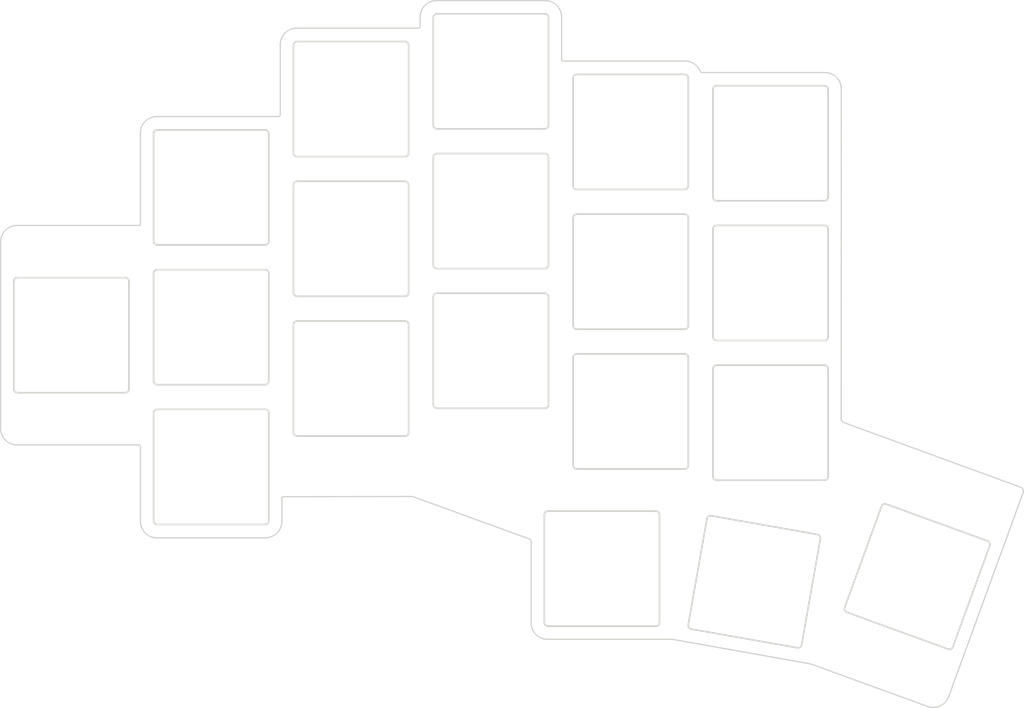
<source format=kicad_pcb>
(kicad_pcb
	(version 20240108)
	(generator "pcbnew")
	(generator_version "8.0")
	(general
		(thickness 1.6)
		(legacy_teardrops no)
	)
	(paper "A4")
	(title_block
		(title "Raven Split 38-Key (choc-hotswap-n!n)")
		(date "2023-10-22")
		(rev "0.1")
		(company "Joe Love")
	)
	(layers
		(0 "F.Cu" signal)
		(31 "B.Cu" signal)
		(32 "B.Adhes" user "B.Adhesive")
		(33 "F.Adhes" user "F.Adhesive")
		(34 "B.Paste" user)
		(35 "F.Paste" user)
		(36 "B.SilkS" user "B.Silkscreen")
		(37 "F.SilkS" user "F.Silkscreen")
		(38 "B.Mask" user)
		(39 "F.Mask" user)
		(40 "Dwgs.User" user "User.Drawings")
		(41 "Cmts.User" user "User.Comments")
		(42 "Eco1.User" user "User.Eco1")
		(43 "Eco2.User" user "User.Eco2")
		(44 "Edge.Cuts" user)
		(45 "Margin" user)
		(46 "B.CrtYd" user "B.Courtyard")
		(47 "F.CrtYd" user "F.Courtyard")
		(48 "B.Fab" user)
		(49 "F.Fab" user)
	)
	(setup
		(pad_to_mask_clearance 0.2)
		(allow_soldermask_bridges_in_footprints no)
		(aux_axis_origin 194.75 68)
		(grid_origin 151.8 57.1)
		(pcbplotparams
			(layerselection 0x0001000_7ffffffe)
			(plot_on_all_layers_selection 0x0000000_00000000)
			(disableapertmacros no)
			(usegerberextensions no)
			(usegerberattributes no)
			(usegerberadvancedattributes no)
			(creategerberjobfile no)
			(dashed_line_dash_ratio 12.000000)
			(dashed_line_gap_ratio 3.000000)
			(svgprecision 6)
			(plotframeref no)
			(viasonmask no)
			(mode 1)
			(useauxorigin no)
			(hpglpennumber 1)
			(hpglpenspeed 20)
			(hpglpendiameter 15.000000)
			(pdf_front_fp_property_popups yes)
			(pdf_back_fp_property_popups yes)
			(dxfpolygonmode yes)
			(dxfimperialunits yes)
			(dxfusepcbnewfont yes)
			(psnegative no)
			(psa4output no)
			(plotreference no)
			(plotvalue no)
			(plotfptext no)
			(plotinvisibletext no)
			(sketchpadsonfab no)
			(subtractmaskfromsilk no)
			(outputformat 3)
			(mirror no)
			(drillshape 0)
			(scaleselection 1)
			(outputdirectory "gerber/")
		)
	)
	(net 0 "")
	(gr_curve
		(pts
			(xy 145.901993 106.565478) (xy 145.936018 106.606092) (xy 145.981841 106.646454) (xy 146.038442 106.67585)
		)
		(stroke
			(width 0.2)
			(type solid)
		)
		(layer "Edge.Cuts")
		(uuid "00143274-a2d7-4d7e-9399-d2e06a9e8333")
	)
	(gr_line
		(start 159.8 59.225)
		(end 159.8 72.225)
		(stroke
			(width 0.2)
			(type solid)
		)
		(layer "Edge.Cuts")
		(uuid "00514cb2-a732-4c9c-a688-496f133ff59a")
	)
	(gr_line
		(start 111.8 86.35)
		(end 111.8 73.35)
		(stroke
			(width 0.2)
			(type solid)
		)
		(layer "Edge.Cuts")
		(uuid "0078bf73-2090-43bf-ae4f-2dc220d5c637")
	)
	(gr_line
		(start 163.3 66.1)
		(end 176.3 66.1)
		(stroke
			(width 0.2)
			(type solid)
		)
		(layer "Edge.Cuts")
		(uuid "00de57d3-093e-493a-83ae-2d669ea7b111")
	)
	(gr_line
		(start 144 60.475)
		(end 129.2 60.475)
		(stroke
			(width 0.15)
			(type solid)
		)
		(layer "Edge.Cuts")
		(uuid "011938b9-336e-44fd-bf90-716b9bce30dc")
	)
	(gr_line
		(start 176.4 64.475)
		(end 161.6 64.475)
		(stroke
			(width 0.15)
			(type solid)
		)
		(layer "Edge.Cuts")
		(uuid "0135447d-e5e2-40a9-89c8-55ea3fbde6dc")
	)
	(gr_curve
		(pts
			(xy 179.84915 84.713442) (xy 179.824984 84.759974) (xy 179.813285 84.804051) (xy 179.807245 84.842543)
		)
		(stroke
			(width 0.2)
			(type solid)
		)
		(layer "Edge.Cuts")
		(uuid "01c287ba-c89d-409d-89ed-be425551000f")
	)
	(gr_line
		(start 159.4 57.125)
		(end 146.2 57.125)
		(stroke
			(width 0.15)
			(type solid)
		)
		(layer "Edge.Cuts")
		(uuid "020056f4-33aa-49fa-a28a-0d38ac4590e3")
	)
	(gr_curve
		(pts
			(xy 176.957117 133.495956) (xy 176.998746 133.527835) (xy 177.040121 133.547011) (xy 177.07698 133.559643)
		)
		(stroke
			(width 0.2)
			(type solid)
		)
		(layer "Edge.Cuts")
		(uuid "03ebf5d0-a879-4eef-ab18-06fe682dcc33")
	)
	(gr_curve
		(pts
			(xy 94.8 104.325) (xy 94.8 104.385751) (xy 94.8 104.450669) (xy 94.821802 104.52029)
		)
		(stroke
			(width 0.2)
			(type solid)
		)
		(layer "Edge.Cuts")
		(uuid "040be55b-1e26-41c9-840c-eb23d502e3ab")
	)
	(gr_curve
		(pts
			(xy 159.667543 133.217756) (xy 159.71371 133.225) (xy 159.757588 133.225) (xy 159.8 133.225)
		)
		(stroke
			(width 0.2)
			(type solid)
		)
		(layer "Edge.Cuts")
		(uuid "040ecdbf-c0d9-4846-af41-f52db722b05c")
	)
	(gr_curve
		(pts
			(xy 179.441132 119.790029) (xy 179.385999 119.797177) (xy 179.334121 119.815034) (xy 179.284226 119.84379)
		)
		(stroke
			(width 0.2)
			(type solid)
		)
		(layer "Edge.Cuts")
		(uuid "0425b26a-2a27-45b3-8346-3a4045145477")
	)
	(gr_line
		(start 129.3 79.1)
		(end 142.3 79.1)
		(stroke
			(width 0.2)
			(type solid)
		)
		(layer "Edge.Cuts")
		(uuid "042f08f1-368f-4b73-8b20-1714401dccee")
	)
	(gr_curve
		(pts
			(xy 111.821802 103.54529) (xy 111.838416 103.598344) (xy 111.865011 103.646333) (xy 111.901993 103.690478)
		)
		(stroke
			(width 0.2)
			(type solid)
		)
		(layer "Edge.Cuts")
		(uuid "04b78586-d35c-48d4-a30f-2dce482a9e7e")
	)
	(gr_curve
		(pts
			(xy 146.038442 72.67585) (xy 146.084974 72.700016) (xy 146.129051 72.711716) (xy 146.167543 72.717756)
		)
		(stroke
			(width 0.2)
			(type solid)
		)
		(layer "Edge.Cuts")
		(uuid "0516ea23-ec59-448d-9c0b-ae92606880cc")
	)
	(gr_curve
		(pts
			(xy 128.959523 79.201993) (xy 128.918908 79.236018) (xy 128.878546 79.281841) (xy 128.84915 79.338442)
		)
		(stroke
			(width 0.2)
			(type solid)
		)
		(layer "Edge.Cuts")
		(uuid "05ed064c-6ac0-4fb4-a809-4a314d0a18c8")
	)
	(gr_line
		(start 142.8 79.6)
		(end 142.8 92.6)
		(stroke
			(width 0.2)
			(type solid)
		)
		(layer "Edge.Cuts")
		(uuid "0665593d-06fa-4ba5-9acc-b502dd68e282")
	)
	(gr_curve
		(pts
			(xy 142.75085 75.861558) (xy 142.775016 75.815026) (xy 142.786716 75.770949) (xy 142.792756 75.732458)
		)
		(stroke
			(width 0.2)
			(type solid)
		)
		(layer "Edge.Cuts")
		(uuid "0697e588-aec5-48e7-83f7-6195c0135e2b")
	)
	(gr_line
		(start 162.8 113.6)
		(end 162.8 100.6)
		(stroke
			(width 0.2)
			(type solid)
		)
		(layer "Edge.Cuts")
		(uuid "06bdab39-c723-4db6-af38-10548874f1dd")
	)
	(gr_curve
		(pts
			(xy 176.75085 96.861558) (xy 176.775016 96.815026) (xy 176.786716 96.770949) (xy 176.792756 96.732458)
		)
		(stroke
			(width 0.2)
			(type solid)
		)
		(layer "Edge.Cuts")
		(uuid "06cafeec-16ad-4463-9ff2-d2d95ce7b494")
	)
	(gr_curve
		(pts
			(xy 179.151835 119.959) (xy 179.119956 120.000629) (xy 179.100781 120.042004) (xy 179.088149 120.078863)
		)
		(stroke
			(width 0.2)
			(type solid)
		)
		(layer "Edge.Cuts")
		(uuid "0773ec29-4540-4a2d-99f8-342b8ae42e49")
	)
	(gr_curve
		(pts
			(xy 128.8 92.6) (xy 128.8 92.660751) (xy 128.8 92.725669) (xy 128.821802 92.79529)
		)
		(stroke
			(width 0.2)
			(type solid)
		)
		(layer "Edge.Cuts")
		(uuid "08128b14-f81c-4322-8016-d4f798593d75")
	)
	(gr_curve
		(pts
			(xy 159.792756 106.357458) (xy 159.8 106.31129) (xy 159.8 106.267412) (xy 159.8 106.225)
		)
		(stroke
			(width 0.2)
			(type solid)
		)
		(layer "Edge.Cuts")
		(uuid "0866b1f0-db62-4aab-9d07-d501bdb93417")
	)
	(gr_curve
		(pts
			(xy 159.34915 119.463442) (xy 159.324984 119.509974) (xy 159.313285 119.554051) (xy 159.307245 119.592543)
		)
		(stroke
			(width 0.2)
			(type solid)
		)
		(layer "Edge.Cuts")
		(uuid "08e14930-2e50-486d-83bf-d823b8fb7ebd")
	)
	(gr_curve
		(pts
			(xy 111.807245 73.217543) (xy 111.8 73.26371) (xy 111.8 73.307588) (xy 111.8 73.35)
		)
		(stroke
			(width 0.2)
			(type solid)
		)
		(layer "Edge.Cuts")
		(uuid "08f979fb-a945-4bc0-82c8-cbd8babb3006")
	)
	(gr_line
		(start 145.8 106.225)
		(end 145.8 93.225)
		(stroke
			(width 0.2)
			(type solid)
		)
		(layer "Edge.Cuts")
		(uuid "0907754a-f756-41ee-971b-7b4135d8f377")
	)
	(gr_curve
		(pts
			(xy 142.792756 109.732458) (xy 142.8 109.68629) (xy 142.8 109.642412) (xy 142.8 109.6)
		)
		(stroke
			(width 0.2)
			(type solid)
		)
		(layer "Edge.Cuts")
		(uuid "096552b0-c092-4234-bd6d-aaba85d1573d")
	)
	(gr_curve
		(pts
			(xy 112.3 106.85) (xy 112.239249 106.85) (xy 112.174331 106.85) (xy 112.10471 106.871802)
		)
		(stroke
			(width 0.2)
			(type solid)
		)
		(layer "Edge.Cuts")
		(uuid "09f23e68-83ee-4557-924d-2826866615f3")
	)
	(gr_curve
		(pts
			(xy 193.778198 67.77971) (xy 193.761584 67.726656) (xy 193.73499 67.678667) (xy 193.698008 67.634523)
		)
		(stroke
			(width 0.2)
			(type solid)
		)
		(layer "Edge.Cuts")
		(uuid "09f7b41d-70cb-487b-b70d-1350fb78f726")
	)
	(gr_curve
		(pts
			(xy 159.698008 58.884523) (xy 159.663983 58.843908) (xy 159.61816 58.803546) (xy 159.561558 58.77415)
		)
		(stroke
			(width 0.2)
			(type solid)
		)
		(layer "Edge.Cuts")
		(uuid "0a0a0d82-01c6-4a5f-9e03-d13a9c8177e8")
	)
	(gr_curve
		(pts
			(xy 129.10471 62.121802) (xy 129.051656 62.138416) (xy 129.003667 62.16501) (xy 128.959523 62.201993)
		)
		(stroke
			(width 0.2)
			(type solid)
		)
		(layer "Edge.Cuts")
		(uuid "0a57a0e4-bb4d-45df-a372-f888866de86c")
	)
	(gr_curve
		(pts
			(xy 142.3 76.1) (xy 142.360751 76.1) (xy 142.425669 76.1) (xy 142.49529 76.078198)
		)
		(stroke
			(width 0.2)
			(type solid)
		)
		(layer "Edge.Cuts")
		(uuid "0c71b047-6478-4dc8-96fd-9083f1f4256f")
	)
	(gr_curve
		(pts
			(xy 111.901993 120.690478) (xy 111.936018 120.731092) (xy 111.981841 120.771454) (xy 112.038442 120.80085)
		)
		(stroke
			(width 0.2)
			(type solid)
		)
		(layer "Edge.Cuts")
		(uuid "0d28b63f-5b15-43aa-bdc7-7d8bd3e4a61e")
	)
	(gr_curve
		(pts
			(xy 125.561558 72.89915) (xy 125.515026 72.874984) (xy 125.470949 72.863285) (xy 125.432458 72.857245)
		)
		(stroke
			(width 0.2)
			(type solid)
		)
		(layer "Edge.Cuts")
		(uuid "0d6ffa8b-7788-40d7-9ba6-41d16259a02b")
	)
	(gr_line
		(start 108.3 104.825)
		(end 95.3 104.825)
		(stroke
			(width 0.2)
			(type solid)
		)
		(layer "Edge.Cuts")
		(uuid "0d98048e-68a9-4c0f-bfde-076f5588ab09")
	)
	(gr_curve
		(pts
			(xy 145.959523 92.826993) (xy 145.918908 92.861018) (xy 145.878546 92.906841) (xy 145.84915 92.963442)
		)
		(stroke
			(width 0.2)
			(type solid)
		)
		(layer "Edge.Cuts")
		(uuid "0da65c70-d17c-443c-b8c7-cfb97baf724c")
	)
	(gr_curve
		(pts
			(xy 142.432458 79.107245) (xy 142.38629 79.1) (xy 142.342412 79.1) (xy 142.3 79.1)
		)
		(stroke
			(width 0.2)
			(type solid)
		)
		(layer "Edge.Cuts")
		(uuid "0e04b748-cec5-42c0-8994-a843ebd08b5a")
	)
	(gr_curve
		(pts
			(xy 145.807245 93.092543) (xy 145.8 93.13871) (xy 145.8 93.182588) (xy 145.8 93.225)
		)
		(stroke
			(width 0.2)
			(type solid)
		)
		(layer "Edge.Cuts")
		(uuid "0eefb691-6dab-4761-880c-34afa4aa09b8")
	)
	(gr_curve
		(pts
			(xy 162.84915 66.338442) (xy 162.824984 66.384974) (xy 162.813285 66.429051) (xy 162.807245 66.467543)
		)
		(stroke
			(width 0.2)
			(type solid)
		)
		(layer "Edge.Cuts")
		(uuid "0f240f4e-9b06-4122-9b2a-56870128eb7e")
	)
	(gr_curve
		(pts
			(xy 159.778198 76.02971) (xy 159.761584 75.976656) (xy 159.73499 75.928667) (xy 159.698008 75.884523)
		)
		(stroke
			(width 0.2)
			(type solid)
		)
		(layer "Edge.Cuts")
		(uuid "0fe9b1f6-afda-4dec-9958-02026c765599")
	)
	(gr_curve
		(pts
			(xy 162.807245 83.467543) (xy 162.8 83.51371) (xy 162.8 83.557588) (xy 162.8 83.6)
		)
		(stroke
			(width 0.2)
			(type solid)
		)
		(layer "Edge.Cuts")
		(uuid "1017d64a-b82d-41d2-a9fa-0875d159c55e")
	)
	(gr_curve
		(pts
			(xy 145.8 89.225) (xy 145.8 89.285751) (xy 145.8 89.350669) (xy 145.821802 89.42029)
		)
		(stroke
			(width 0.2)
			(type solid)
		)
		(layer "Edge.Cuts")
		(uuid "10dd4738-1382-4c21-9268-4cbca1cd6486")
	)
	(gr_curve
		(pts
			(xy 128.8 75.6) (xy 128.8 75.660751) (xy 128.8 75.725669) (xy 128.821802 75.79529)
		)
		(stroke
			(width 0.2)
			(type solid)
		)
		(layer "Edge.Cuts")
		(uuid "110e12b3-b3ad-475a-8c06-7ff419075f47")
	)
	(gr_curve
		(pts
			(xy 128.901993 75.940478) (xy 128.936018 75.981092) (xy 128.981841 76.021454) (xy 129.038442 76.05085)
		)
		(stroke
			(width 0.2)
			(type solid)
		)
		(layer "Edge.Cuts")
		(uuid "116b3055-55d5-4aae-b4f2-67377915ad0f")
	)
	(gr_line
		(start 193.3 81.475)
		(end 180.3 81.475)
		(stroke
			(width 0.2)
			(type solid)
		)
		(layer "Edge.Cuts")
		(uuid "12cc9ee1-270f-4d19-90ba-d8eb8a14ed9f")
	)
	(gr_curve
		(pts
			(xy 159.640478 89.623008) (xy 159.681092 89.588982) (xy 159.721454 89.54316) (xy 159.75085 89.486558)
		)
		(stroke
			(width 0.2)
			(type solid)
		)
		(layer "Edge.Cuts")
		(uuid "13baf8d4-f19d-4743-8233-62e8356a6eb3")
	)
	(gr_curve
		(pts
			(xy 111.821802 86.54529) (xy 111.838416 86.598344) (xy 111.865011 86.646333) (xy 111.901993 86.690478)
		)
		(stroke
			(width 0.2)
			(type solid)
		)
		(layer "Edge.Cuts")
		(uuid "13d0aadb-463d-430a-b37d-bbb390ad7705")
	)
	(gr_curve
		(pts
			(xy 176.3 114.1) (xy 176.360751 114.1) (xy 176.425669 114.1) (xy 176.49529 114.078198)
		)
		(stroke
			(width 0.2)
			(type solid)
		)
		(layer "Edge.Cuts")
		(uuid "13dfc904-56d4-4004-9034-02ddcfd00e36")
	)
	(gr_line
		(start 159.8 93.225)
		(end 159.8 106.225)
		(stroke
			(width 0.2)
			(type solid)
		)
		(layer "Edge.Cuts")
		(uuid "144338e8-3c1d-4769-9126-6f05744a698d")
	)
	(gr_line
		(start 110.2 111.375)
		(end 110.2 120.475)
		(stroke
			(width 0.15)
			(type solid)
		)
		(layer "Edge.Cuts")
		(uuid "1452d835-2787-43e1-aeec-83a21af78d04")
	)
	(gr_line
		(start 108.8 91.325)
		(end 108.8 104.325)
		(stroke
			(width 0.2)
			(type solid)
		)
		(layer "Edge.Cuts")
		(uuid "1594c543-9045-428f-82a2-2a02d2f7f8d8")
	)
	(gr_curve
		(pts
			(xy 159.60471 119.246802) (xy 159.551656 119.263416) (xy 159.503667 119.29001) (xy 159.459523 119.326993)
		)
		(stroke
			(width 0.2)
			(type solid)
		)
		(layer "Edge.Cuts")
		(uuid "1799c3e3-d60f-4359-86bc-844aa4352312")
	)
	(gr_curve
		(pts
			(xy 193.561558 101.52415) (xy 193.515026 101.499984) (xy 193.470949 101.488285) (xy 193.432458 101.482245)
		)
		(stroke
			(width 0.2)
			(type solid)
		)
		(layer "Edge.Cuts")
		(uuid "180de533-a5d5-4e55-9be1-ae8b83219106")
	)
	(gr_line
		(start 127.4 120.475)
		(end 127.4 117.675)
		(stroke
			(width 0.15)
			(type solid)
		)
		(layer "Edge.Cuts")
		(uuid "18328d8a-a843-4f33-820f-df55c52b79c5")
	)
	(gr_curve
		(pts
			(xy 125.432458 89.857245) (xy 125.38629 89.85) (xy 125.342412 89.85) (xy 125.3 89.85)
		)
		(stroke
			(width 0.2)
			(type solid)
		)
		(layer "Edge.Cuts")
		(uuid "194bf814-a0f8-4755-ac1d-33602ceab5ef")
	)
	(gr_arc
		(start 157.5 122.625)
		(mid 157.639756 122.748496)
		(end 157.7 122.925)
		(stroke
			(width 0.15)
			(type solid)
		)
		(layer "Edge.Cuts")
		(uuid "1a97cf46-8c04-4f25-acd0-633362de792f")
	)
	(gr_curve
		(pts
			(xy 95.038442 104.77585) (xy 95.084974 104.800016) (xy 95.129051 104.811716) (xy 95.167543 104.817756)
		)
		(stroke
			(width 0.2)
			(type solid)
		)
		(layer "Edge.Cuts")
		(uuid "1b0bc714-1e83-4a5a-a941-c543b0426273")
	)
	(gr_curve
		(pts
			(xy 142.561558 62.14915) (xy 142.515026 62.124984) (xy 142.470949 62.113285) (xy 142.432458 62.107245)
		)
		(stroke
			(width 0.2)
			(type solid)
		)
		(layer "Edge.Cuts")
		(uuid "1b0ff46b-970b-4ad9-8517-a6229497827a")
	)
	(gr_curve
		(pts
			(xy 193.75085 98.236558) (xy 193.775016 98.190026) (xy 193.786716 98.145949) (xy 193.792756 98.107458)
		)
		(stroke
			(width 0.2)
			(type solid)
		)
		(layer "Edge.Cuts")
		(uuid "1b483fbb-0023-4523-8db5-e392cdf59a84")
	)
	(gr_curve
		(pts
			(xy 145.84915 75.963442) (xy 145.824984 76.009974) (xy 145.813285 76.054051) (xy 145.807245 76.092543)
		)
		(stroke
			(width 0.2)
			(type solid)
		)
		(layer "Edge.Cuts")
		(uuid "1b9c9fd6-ff21-42c9-8de7-d90610cb6739")
	)
	(gr_line
		(start 163.3 100.1)
		(end 176.3 100.1)
		(stroke
			(width 0.2)
			(type solid)
		)
		(layer "Edge.Cuts")
		(uuid "1b9dc40a-e8b5-47d1-9b86-0528eed2dd14")
	)
	(gr_curve
		(pts
			(xy 176.75085 113.861558) (xy 176.775016 113.815026) (xy 176.786716 113.770949) (xy 176.792756 113.732458)
		)
		(stroke
			(width 0.2)
			(type solid)
		)
		(layer "Edge.Cuts")
		(uuid "1c182fdc-e4d3-42bc-8907-e52d6ad04a89")
	)
	(gr_line
		(start 128.8 92.6)
		(end 128.8 79.6)
		(stroke
			(width 0.2)
			(type solid)
		)
		(layer "Edge.Cuts")
		(uuid "1d3d4947-54ae-4fb2-a829-037a278d9466")
	)
	(gr_curve
		(pts
			(xy 180.038442 115.42585) (xy 180.084974 115.450016) (xy 180.129051 115.461716) (xy 180.167543 115.467756)
		)
		(stroke
			(width 0.2)
			(type solid)
		)
		(layer "Edge.Cuts")
		(uuid "1e85d6c0-1efa-481e-900e-73dab2083b2d")
	)
	(gr_curve
		(pts
			(xy 190.204776 135.859645) (xy 190.259909 135.852497) (xy 190.311787 135.83464) (xy 190.361683 135.805885)
		)
		(stroke
			(width 0.2)
			(type solid)
		)
		(layer "Edge.Cuts")
		(uuid "1e97dc40-3f57-4bd0-8156-72e750d0c4f1")
	)
	(gr_curve
		(pts
			(xy 125.778198 107.15471) (xy 125.761584 107.101656) (xy 125.73499 107.053667) (xy 125.698008 107.009523)
		)
		(stroke
			(width 0.2)
			(type solid)
		)
		(layer "Edge.Cuts")
		(uuid "1eac9e12-26fe-4f3e-b933-b920cef9d927")
	)
	(gr_curve
		(pts
			(xy 163.167543 80.092756) (xy 163.21371 80.1) (xy 163.257588 80.1) (xy 163.3 80.1)
		)
		(stroke
			(width 0.2)
			(type solid)
		)
		(layer "Edge.Cuts")
		(uuid "1ee7c3db-5ba4-4a22-90e6-2a18068dbb3c")
	)
	(gr_curve
		(pts
			(xy 95.167543 104.817756) (xy 95.21371 104.825) (xy 95.257588 104.825) (xy 95.3 104.825)
		)
		(stroke
			(width 0.2)
			(type solid)
		)
		(layer "Edge.Cuts")
		(uuid "1fb65a71-03d4-4799-be8b-d65cdf97ce8e")
	)
	(gr_curve
		(pts
			(xy 111.959523 89.951993) (xy 111.918908 89.986018) (xy 111.878546 90.031841) (xy 111.84915 90.088442)
		)
		(stroke
			(width 0.2)
			(type solid)
		)
		(layer "Edge.Cuts")
		(uuid "1fc7c42b-d2ae-4a2c-82f5-96b583b0bf89")
	)
	(gr_curve
		(pts
			(xy 145.807245 59.092543) (xy 145.8 59.13871) (xy 145.8 59.182588) (xy 145.8 59.225)
		)
		(stroke
			(width 0.2)
			(type solid)
		)
		(layer "Edge.Cuts")
		(uuid "200036b5-9398-43ec-9009-dfebee4fc606")
	)
	(gr_curve
		(pts
			(xy 176.640478 79.998008) (xy 176.681092 79.963982) (xy 176.721454 79.91816) (xy 176.75085 79.861558)
		)
		(stroke
			(width 0.2)
			(type solid)
		)
		(layer "Edge.Cuts")
		(uuid "2019a2a0-ffe4-4566-9e1f-2d30c38a6e9d")
	)
	(gr_curve
		(pts
			(xy 179.8 80.975) (xy 179.8 81.035751) (xy 179.8 81.100669) (xy 179.821802 81.17029)
		)
		(stroke
			(width 0.2)
			(type solid)
		)
		(layer "Edge.Cuts")
		(uuid "20433189-3959-4085-b227-c182b3245f30")
	)
	(gr_curve
		(pts
			(xy 125.561558 106.89915) (xy 125.515026 106.874984) (xy 125.470949 106.863285) (xy 125.432458 106.857245)
		)
		(stroke
			(width 0.2)
			(type solid)
		)
		(layer "Edge.Cuts")
		(uuid "213e6497-a8a8-4e85-b2cc-20778b74ed55")
	)
	(gr_curve
		(pts
			(xy 159.561558 58.77415) (xy 159.515026 58.749984) (xy 159.470949 58.738285) (xy 159.432458 58.732245)
		)
		(stroke
			(width 0.2)
			(type solid)
		)
		(layer "Edge.Cuts")
		(uuid "21b592ef-5ce3-4161-ad86-703a98642109")
	)
	(gr_line
		(start 174.85 134.825)
		(end 191.675056 137.819997)
		(stroke
			(width 0.15)
			(type solid)
		)
		(layer "Edge.Cuts")
		(uuid "229c4e1a-5041-48fb-8916-80e54688a05c")
	)
	(gr_curve
		(pts
			(xy 112.10471 89.871802) (xy 112.051656 89.888416) (xy 112.003667 89.91501) (xy 111.959523 89.951993)
		)
		(stroke
			(width 0.2)
			(type solid)
		)
		(layer "Edge.Cuts")
		(uuid "22aee3e0-9ffc-4df2-9187-cb8c28e57c0e")
	)
	(gr_curve
		(pts
			(xy 125.8 107.35) (xy 125.8 107.289249) (xy 125.8 107.224331) (xy 125.778198 107.15471)
		)
		(stroke
			(width 0.2)
			(type solid)
		)
		(layer "Edge.Cuts")
		(uuid "22ef95ad-ca62-4e12-a6eb-ea6cc3be1e95")
	)
	(gr_curve
		(pts
			(xy 142.3 110.1) (xy 142.360751 110.1) (xy 142.425669 110.1) (xy 142.49529 110.078198)
		)
		(stroke
			(width 0.2)
			(type solid)
		)
		(layer "Edge.Cuts")
		(uuid "235a1cb4-8dcc-4f92-9a74-2ba260d19f7f")
	)
	(gr_curve
		(pts
			(xy 162.8 113.6) (xy 162.8 113.660751) (xy 162.8 113.725669) (xy 162.821802 113.79529)
		)
		(stroke
			(width 0.2)
			(type solid)
		)
		(layer "Edge.Cuts")
		(uuid "23b46363-8632-45b0-98cc-5d0bc46706da")
	)
	(gr_curve
		(pts
			(xy 193.75085 81.236558) (xy 193.775016 81.190026) (xy 193.786716 81.145949) (xy 193.792756 81.107458)
		)
		(stroke
			(width 0.2)
			(type solid)
		)
		(layer "Edge.Cuts")
		(uuid "23ee67f5-2916-4702-9af1-27c62e381f6a")
	)
	(gr_line
		(start 161.4 64.275)
		(end 161.4 59.125)
		(stroke
			(width 0.15)
			(type solid)
		)
		(layer "Edge.Cuts")
		(uuid "240be553-90d7-4c0e-a682-398345651e9e")
	)
	(gr_curve
		(pts
			(xy 125.792756 103.482458) (xy 125.8 103.43629) (xy 125.8 103.392412) (xy 125.8 103.35)
		)
		(stroke
			(width 0.2)
			(type solid)
		)
		(layer "Edge.Cuts")
		(uuid "24b212f1-aed6-437d-a221-f12d68f33684")
	)
	(gr_line
		(start 93.199999 86.475)
		(end 93.2 109.174999)
		(stroke
			(width 0.15)
			(type solid)
		)
		(layer "Edge.Cuts")
		(uuid "24eaa483-b5d4-40c2-ae03-7568e7b87d58")
	)
	(gr_line
		(start 176.3 80.1)
		(end 163.3 80.1)
		(stroke
			(width 0.2)
			(type solid)
		)
		(layer "Edge.Cuts")
		(uuid "24fade3e-2ae5-45bc-9eb9-2528f64995ab")
	)
	(gr_curve
		(pts
			(xy 125.75085 120.611558) (xy 125.775016 120.565026) (xy 125.786716 120.520949) (xy 125.792756 120.482458)
		)
		(stroke
			(width 0.2)
			(type solid)
		)
		(layer "Edge.Cuts")
		(uuid "2541906d-3099-4408-8269-dcd106dd5ef9")
	)
	(gr_curve
		(pts
			(xy 162.84915 100.338442) (xy 162.824984 100.384974) (xy 162.813285 100.429051) (xy 162.807245 100.467543)
		)
		(stroke
			(width 0.2)
			(type solid)
		)
		(layer "Edge.Cuts")
		(uuid "2588e63a-a437-472a-aa81-2372792557e5")
	)
	(gr_curve
		(pts
			(xy 208.340801 136.001296) (xy 208.397888 136.022074) (xy 208.458891 136.044278) (xy 208.53177 136.047602)
		)
		(stroke
			(width 0.2)
			(type solid)
		)
		(layer "Edge.Cuts")
		(uuid "260b65a1-9032-4470-a4c8-e2978de96876")
	)
	(gr_curve
		(pts
			(xy 159.75085 72.486558) (xy 159.775016 72.440026) (xy 159.786716 72.395949) (xy 159.792756 72.357458)
		)
		(stroke
			(width 0.2)
			(type solid)
		)
		(layer "Edge.Cuts")
		(uuid "261a7e8a-5454-4495-b5ba-f49191bbd7ae")
	)
	(gr_curve
		(pts
			(xy 129.10471 79.121802) (xy 129.051656 79.138416) (xy 129.003667 79.16501) (xy 128.959523 79.201993)
		)
		(stroke
			(width 0.2)
			(type solid)
		)
		(layer "Edge.Cuts")
		(uuid "26c55cfd-f566-43b4-b38b-836786a999a6")
	)
	(gr_curve
		(pts
			(xy 159.778198 59.02971) (xy 159.761584 58.976656) (xy 159.73499 58.928667) (xy 159.698008 58.884523)
		)
		(stroke
			(width 0.2)
			(type solid)
		)
		(layer "Edge.Cuts")
		(uuid "27d100fe-fb4d-4a77-a422-10a79659a49b")
	)
	(gr_curve
		(pts
			(xy 176.561558 66.14915) (xy 176.515026 66.124984) (xy 176.470949 66.113285) (xy 176.432458 66.107245)
		)
		(stroke
			(width 0.2)
			(type solid)
		)
		(layer "Edge.Cuts")
		(uuid "281d28b1-1bf1-4512-a3a4-7c778685846b")
	)
	(gr_curve
		(pts
			(xy 162.807245 66.467543) (xy 162.8 66.51371) (xy 162.8 66.557588) (xy 162.8 66.6)
		)
		(stroke
			(width 0.2)
			(type solid)
		)
		(layer "Edge.Cuts")
		(uuid "28dca51f-6ca8-450c-a790-19f1b9fc6c30")
	)
	(gr_line
		(start 195.825961 130.914178)
		(end 200.272223 118.698174)
		(stroke
			(width 0.2)
			(type solid)
		)
		(layer "Edge.Cuts")
		(uuid "29d0d34e-d9c4-453d-9260-d70ef06b1b59")
	)
	(gr_curve
		(pts
			(xy 176.792756 79.732458) (xy 176.8 79.68629) (xy 176.8 79.642412) (xy 176.8 79.6)
		)
		(stroke
			(width 0.2)
			(type solid)
		)
		(layer "Edge.Cuts")
		(uuid "2a3cbc55-1e5e-4a70-b7e1-ccea781b0e46")
	)
	(gr_curve
		(pts
			(xy 193.778198 101.77971) (xy 193.761584 101.726656) (xy 193.73499 101.678667) (xy 193.698008 101.634523)
		)
		(stroke
			(width 0.2)
			(type solid)
		)
		(layer "Edge.Cuts")
		(uuid "2ac8f251-751b-42c0-a0d2-b8aad4be6c05")
	)
	(gr_arc
		(start 95.2 111.175)
		(mid 93.785786 110.589213)
		(end 93.2 109.174999)
		(stroke
			(width 0.15)
			(type solid)
		)
		(layer "Edge.Cuts")
		(uuid "2b470744-bd20-4a85-a49d-3fc94194e82f")
	)
	(gr_arc
		(start 178.45 65.875)
		(mid 178.325007 65.83333)
		(end 178.25 65.725)
		(stroke
			(width 0.15)
			(type solid)
		)
		(layer "Edge.Cuts")
		(uuid "2cbde727-f277-48aa-b5ad-903010304437")
	)
	(gr_line
		(start 200.913079 118.399338)
		(end 213.129083 122.8456)
		(stroke
			(width 0.2)
			(type solid)
		)
		(layer "Edge.Cuts")
		(uuid "2d46f605-3dab-4d67-aa28-4e8b1c26ead0")
	)
	(gr_curve
		(pts
			(xy 159.3 106.725) (xy 159.360751 106.725) (xy 159.425669 106.725) (xy 159.49529 106.703198)
		)
		(stroke
			(width 0.2)
			(type solid)
		)
		(layer "Edge.Cuts")
		(uuid "2dd963c3-00d0-4911-b7c9-6056a3840733")
	)
	(gr_curve
		(pts
			(xy 128.821802 75.79529) (xy 128.838416 75.848344) (xy 128.865011 75.896333) (xy 128.901993 75.940478)
		)
		(stroke
			(width 0.2)
			(type solid)
		)
		(layer "Edge.Cuts")
		(uuid "2e06b130-13bc-47c0-9461-251b7d9681c2")
	)
	(gr_curve
		(pts
			(xy 162.901993 113.940478) (xy 162.936018 113.981092) (xy 162.981841 114.021454) (xy 163.038442 114.05085)
		)
		(stroke
			(width 0.2)
			(type solid)
		)
		(layer "Edge.Cuts")
		(uuid "2e1ff2ae-db20-47e7-b7ab-d5fe23a4d090")
	)
	(gr_line
		(start 193.3 98.475)
		(end 180.3 98.475)
		(stroke
			(width 0.2)
			(type solid)
		)
		(layer "Edge.Cuts")
		(uuid "2e6e045a-c58a-4cf8-9420-8f8cee6b18f6")
	)
	(gr_curve
		(pts
			(xy 111.8 86.35) (xy 111.8 86.410751) (xy 111.8 86.475669) (xy 111.821802 86.54529)
		)
		(stroke
			(width 0.2)
			(type solid)
		)
		(layer "Edge.Cuts")
		(uuid "2e8d0e15-2360-4cd4-99ea-cbb3a3d658a0")
	)
	(gr_curve
		(pts
			(xy 145.807245 76.092543) (xy 145.8 76.13871) (xy 145.8 76.182588) (xy 145.8 76.225)
		)
		(stroke
			(width 0.2)
			(type solid)
		)
		(layer "Edge.Cuts")
		(uuid "2eae7a81-29e9-4dc0-8e68-7d2ec0f5b9cd")
	)
	(gr_line
		(start 142.3 76.1)
		(end 129.3 76.1)
		(stroke
			(width 0.2)
			(type solid)
		)
		(layer "Edge.Cuts")
		(uuid "2f5b4213-fddb-4c97-a63b-17f1fdb933ce")
	)
	(gr_curve
		(pts
			(xy 128.84915 62.338442) (xy 128.824984 62.384974) (xy 128.813285 62.429051) (xy 128.807245 62.467543)
		)
		(stroke
			(width 0.2)
			(type solid)
		)
		(layer "Edge.Cuts")
		(uuid "2fa62bfa-2616-40a3-8e5d-bc8f7e29fe01")
	)
	(gr_curve
		(pts
			(xy 125.778198 90.15471) (xy 125.761584 90.101656) (xy 125.73499 90.053667) (xy 125.698008 90.009523)
		)
		(stroke
			(width 0.2)
			(type solid)
		)
		(layer "Edge.Cuts")
		(uuid "302db290-b6b5-4b3a-9af3-423c7d0cbdbf")
	)
	(gr_line
		(start 159.8 76.225)
		(end 159.8 89.225)
		(stroke
			(width 0.2)
			(type solid)
		)
		(layer "Edge.Cuts")
		(uuid "30509f77-22a6-4582-abb4-1e3d4e6212de")
	)
	(gr_line
		(start 125.3 86.85)
		(end 112.3 86.85)
		(stroke
			(width 0.2)
			(type solid)
		)
		(layer "Edge.Cuts")
		(uuid "31166a8b-4b97-4b06-9fda-6f262dd45e55")
	)
	(gr_curve
		(pts
			(xy 142.432458 62.107245) (xy 142.38629 62.1) (xy 142.342412 62.1) (xy 142.3 62.1)
		)
		(stroke
			(width 0.2)
			(type solid)
		)
		(layer "Edge.Cuts")
		(uuid "3178ca91-0a2d-492d-a86e-9aba6add2446")
	)
	(gr_curve
		(pts
			(xy 125.49529 120.828198) (xy 125.548344 120.811584) (xy 125.596333 120.78499) (xy 125.640478 120.748008)
		)
		(stroke
			(width 0.2)
			(type solid)
		)
		(layer "Edge.Cuts")
		(uuid "3189719e-191d-4141-8ede-730f4eb687b4")
	)
	(gr_curve
		(pts
			(xy 179.821802 81.17029) (xy 179.838416 81.223344) (xy 179.865011 81.271333) (xy 179.901993 81.315478)
		)
		(stroke
			(width 0.2)
			(type solid)
		)
		(layer "Edge.Cuts")
		(uuid "31d12a10-a91f-47df-8751-50ec51a2534b")
	)
	(gr_curve
		(pts
			(xy 159.432458 58.732245) (xy 159.38629 58.725) (xy 159.342412 58.725) (xy 159.3 58.725)
		)
		(stroke
			(width 0.2)
			(type solid)
		)
		(layer "Edge.Cuts")
		(uuid "32247eb7-e7ea-480b-8759-671aec96097a")
	)
	(gr_line
		(start 125.3 120.85)
		(end 112.3 120.85)
		(stroke
			(width 0.2)
			(type solid)
		)
		(layer "Edge.Cuts")
		(uuid "322651c9-6578-4824-a251-567f3ad02a03")
	)
	(gr_curve
		(pts
			(xy 159.698008 75.884523) (xy 159.663983 75.843908) (xy 159.61816 75.803546) (xy 159.561558 75.77415)
		)
		(stroke
			(width 0.2)
			(type solid)
		)
		(layer "Edge.Cuts")
		(uuid "33307d42-9a60-4830-aa6f-3ea91b5f2d7e")
	)
	(gr_curve
		(pts
			(xy 108.640478 104.723008) (xy 108.681092 104.688982) (xy 108.721454 104.64316) (xy 108.75085 104.586558)
		)
		(stroke
			(width 0.2)
			(type solid)
		)
		(layer "Edge.Cuts")
		(uuid "34a92131-d585-499f-8f34-67610127f5cf")
	)
	(gr_curve
		(pts
			(xy 193.3 81.475) (xy 193.360751 81.475) (xy 193.425669 81.475) (xy 193.49529 81.453198)
		)
		(stroke
			(width 0.2)
			(type solid)
		)
		(layer "Edge.Cuts")
		(uuid "34d9dd98-0fa1-4ebf-9301-1600b4d6c924")
	)
	(gr_curve
		(pts
			(xy 111.807245 90.217543) (xy 111.8 90.26371) (xy 111.8 90.307588) (xy 111.8 90.35)
		)
		(stroke
			(width 0.2)
			(type solid)
		)
		(layer "Edge.Cuts")
		(uuid "34e9f4c2-9d8f-4c46-a2ea-2bc9b84179c7")
	)
	(gr_arc
		(start 159.4 57.125)
		(mid 160.814214 57.710786)
		(end 161.4 59.125)
		(stroke
			(width 0.15)
			(type solid)
		)
		(layer "Edge.Cuts")
		(uuid "3506e4fc-8dcc-41dc-b76d-d79a674e1011")
	)
	(gr_curve
		(pts
			(xy 176.432458 66.107245) (xy 176.38629 66.1) (xy 176.342412 66.1) (xy 176.3 66.1)
		)
		(stroke
			(width 0.2)
			(type solid)
		)
		(layer "Edge.Cuts")
		(uuid "3529ebc6-3aa4-418a-bcfc-3a2c5f7f934d")
	)
	(gr_curve
		(pts
			(xy 159.432458 75.732245) (xy 159.38629 75.725) (xy 159.342412 75.725) (xy 159.3 75.725)
		)
		(stroke
			(width 0.2)
			(type solid)
		)
		(layer "Edge.Cuts")
		(uuid "3566d268-9c00-4cbe-b555-0b1e7ebe0275")
	)
	(gr_curve
		(pts
			(xy 142.792756 92.732458) (xy 142.8 92.68629) (xy 142.8 92.642412) (xy 142.8 92.6)
		)
		(stroke
			(width 0.2)
			(type solid)
		)
		(layer "Edge.Cuts")
		(uuid "359ce59e-45bd-46a9-a9cd-bf2b78426cef")
	)
	(gr_curve
		(pts
			(xy 192.857762 122.443015) (xy 192.850614 122.387882) (xy 192.832757 122.336004) (xy 192.804002 122.286109)
		)
		(stroke
			(width 0.2)
			(type solid)
		)
		(layer "Edge.Cuts")
		(uuid "35b1c1c1-ed3b-4768-aa1a-89c17e99d404")
	)
	(gr_line
		(start 176.3 114.1)
		(end 163.3 114.1)
		(stroke
			(width 0.2)
			(type solid)
		)
		(layer "Edge.Cuts")
		(uuid "3743c105-fc12-45aa-88f5-8b19ef2c8e06")
	)
	(gr_curve
		(pts
			(xy 179.637241 119.80247) (xy 179.577413 119.79192) (xy 179.513481 119.780647) (xy 179.441132 119.790029)
		)
		(stroke
			(width 0.2)
			(type solid)
		)
		(layer "Edge.Cuts")
		(uuid "37d8ca51-c530-4b17-bd75-3deadf21eb7a")
	)
	(gr_curve
		(pts
			(xy 159.640478 72.623008) (xy 159.681092 72.588982) (xy 159.721454 72.54316) (xy 159.75085 72.486558)
		)
		(stroke
			(width 0.2)
			(type solid)
		)
		(layer "Edge.Cuts")
		(uuid "3878ece3-8781-4584-b31a-c24a63cab89c")
	)
	(gr_curve
		(pts
			(xy 108.49529 104.803198) (xy 108.548344 104.786584) (xy 108.596333 104.75999) (xy 108.640478 104.723008)
		)
		(stroke
			(width 0.2)
			(type solid)
		)
		(layer "Edge.Cuts")
		(uuid "3893e075-1400-4e91-88f3-26c7ed3550e5")
	)
	(gr_curve
		(pts
			(xy 125.432458 106.857245) (xy 125.38629 106.85) (xy 125.342412 106.85) (xy 125.3 106.85)
		)
		(stroke
			(width 0.2)
			(type solid)
		)
		(layer "Edge.Cuts")
		(uuid "38b35b4d-b159-4741-adc4-fe8297d258ef")
	)
	(gr_curve
		(pts
			(xy 112.167543 120.842756) (xy 112.21371 120.85) (xy 112.257588 120.85) (xy 112.3 120.85)
		)
		(stroke
			(width 0.2)
			(type solid)
		)
		(layer "Edge.Cuts")
		(uuid "38d392e1-0b82-4340-8754-2a822a021386")
	)
	(gr_curve
		(pts
			(xy 192.688791 122.153718) (xy 192.647162 122.121839) (xy 192.605787 122.102664) (xy 192.568929 122.090032)
		)
		(stroke
			(width 0.2)
			(type solid)
		)
		(layer "Edge.Cuts")
		(uuid "38dc5923-1faf-4765-b5a4-89201c849929")
	)
	(gr_curve
		(pts
			(xy 193.8 67.975) (xy 193.8 67.914249) (xy 193.8 67.849331) (xy 193.778198 67.77971)
		)
		(stroke
			(width 0.2)
			(type solid)
		)
		(layer "Edge.Cuts")
		(uuid "38f718d3-73eb-4473-ad3e-29798ed5d344")
	)
	(gr_line
		(start 176.8 83.6)
		(end 176.8 96.6)
		(stroke
			(width 0.2)
			(type solid)
		)
		(layer "Edge.Cuts")
		(uuid "393d683f-b542-4c46-9392-130e4c28b6c4")
	)
	(gr_line
		(start 174.8 134.825)
		(end 174.85 134.825)
		(stroke
			(width 0.15)
			(type solid)
		)
		(layer "Edge.Cuts")
		(uuid "3957be60-dbe8-4843-9a43-120fd8f17b6a")
	)
	(gr_curve
		(pts
			(xy 108.792756 104.457458) (xy 108.8 104.41129) (xy 108.8 104.367412) (xy 108.8 104.325)
		)
		(stroke
			(width 0.2)
			(type solid)
		)
		(layer "Edge.Cuts")
		(uuid "3a93da18-fa33-4676-91ff-273b52b4ca15")
	)
	(gr_curve
		(pts
			(xy 159.49529 89.703198) (xy 159.548344 89.686584) (xy 159.596333 89.65999) (xy 159.640478 89.623008)
		)
		(stroke
			(width 0.2)
			(type solid)
		)
		(layer "Edge.Cuts")
		(uuid "3ad2eada-bca8-4a98-9c4b-413e8692b565")
	)
	(gr_arc
		(start 127.4 117.675)
		(mid 127.458579 117.533579)
		(end 127.6 117.475)
		(stroke
			(width 0.15)
			(type solid)
		)
		(layer "Edge.Cuts")
		(uuid "3af24295-6d89-4be0-9379-035c74f21398")
	)
	(gr_curve
		(pts
			(xy 159.8 119.225) (xy 159.739249 119.225) (xy 159.674331 119.225) (xy 159.60471 119.246802)
		)
		(stroke
			(width 0.2)
			(type solid)
		)
		(layer "Edge.Cuts")
		(uuid "3b2a47ce-8ad1-4ca1-91d9-3056d965aa27")
	)
	(gr_line
		(start 127 71.225)
		(end 112.2 71.225)
		(stroke
			(width 0.15)
			(type solid)
		)
		(layer "Edge.Cuts")
		(uuid "3c5fd0c0-576a-4ac8-abdc-6dad4774f239")
	)
	(gr_line
		(start 112.3 106.85)
		(end 125.3 106.85)
		(stroke
			(width 0.2)
			(type solid)
		)
		(layer "Edge.Cuts")
		(uuid "3c7eed66-2cb7-4269-83fd-601632f846bc")
	)
	(gr_curve
		(pts
			(xy 159.49529 106.703198) (xy 159.548344 106.686584) (xy 159.596333 106.65999) (xy 159.640478 106.623008)
		)
		(stroke
			(width 0.2)
			(type solid)
		)
		(layer "Edge.Cuts")
		(uuid "3cebbb21-a8ef-4157-8a9d-cceff921229e")
	)
	(gr_curve
		(pts
			(xy 125.792756 120.482458) (xy 125.8 120.43629) (xy 125.8 120.392412) (xy 125.8 120.35)
		)
		(stroke
			(width 0.2)
			(type solid)
		)
		(layer "Edge.Cuts")
		(uuid "3d6f8ef1-c0c0-4a0a-9d6d-48e0f2a15bad")
	)
	(gr_curve
		(pts
			(xy 145.959523 58.826993) (xy 145.918908 58.861018) (xy 145.878546 58.906841) (xy 145.84915 58.963442)
		)
		(stroke
			(width 0.2)
			(type solid)
		)
		(layer "Edge.Cuts")
		(uuid "3efb4803-68c6-4672-bae5-0504c68ca38c")
	)
	(gr_curve
		(pts
			(xy 111.84915 107.088442) (xy 111.824984 107.134974) (xy 111.813285 107.179051) (xy 111.807245 107.217543)
		)
		(stroke
			(width 0.2)
			(type solid)
		)
		(layer "Edge.Cuts")
		(uuid "3f574385-c02f-49e8-90f5-0d2734143e02")
	)
	(gr_line
		(start 176.3 97.1)
		(end 163.3 97.1)
		(stroke
			(width 0.2)
			(type solid)
		)
		(layer "Edge.Cuts")
		(uuid "3f5b7c9b-70bc-4027-8dc3-c0995bf6a9c0")
	)
	(gr_curve
		(pts
			(xy 159.561558 92.77415) (xy 159.515026 92.749984) (xy 159.470949 92.738285) (xy 159.432458 92.732245)
		)
		(stroke
			(width 0.2)
			(type solid)
		)
		(layer "Edge.Cuts")
		(uuid "4067711f-dbef-4063-b80a-91d4ae6c02cf")
	)
	(gr_curve
		(pts
			(xy 179.807245 67.842543) (xy 179.8 67.88871) (xy 179.8 67.932588) (xy 179.8 67.975)
		)
		(stroke
			(width 0.2)
			(type solid)
		)
		(layer "Edge.Cuts")
		(uuid "41441a9b-f974-482a-aa77-34b059e12c43")
	)
	(gr_curve
		(pts
			(xy 179.901993 81.315478) (xy 179.936018 81.356092) (xy 179.981841 81.396454) (xy 180.038442 81.42585)
		)
		(stroke
			(width 0.2)
			(type solid)
		)
		(layer "Edge.Cuts")
		(uuid "417bc849-e3b7-4763-b7b9-f185d87b53a6")
	)
	(gr_curve
		(pts
			(xy 145.821802 89.42029) (xy 145.838416 89.473344) (xy 145.865011 89.521333) (xy 145.901993 89.565478)
		)
		(stroke
			(width 0.2)
			(type solid)
		)
		(layer "Edge.Cuts")
		(uuid "41996773-3a33-4b63-9dff-498e15e4d70e")
	)
	(gr_curve
		(pts
			(xy 176.698008 83.259523) (xy 176.663983 83.218908) (xy 176.61816 83.178546) (xy 176.561558 83.14915)
		)
		(stroke
			(width 0.2)
			(type solid)
		)
		(layer "Edge.Cuts")
		(uuid "41bbcea8-bbe3-4e49-bd93-033a2d692c1b")
	)
	(gr_curve
		(pts
			(xy 163.3 66.1) (xy 163.239249 66.1) (xy 163.174331 66.1) (xy 163.10471 66.121802)
		)
		(stroke
			(width 0.2)
			(type solid)
		)
		(layer "Edge.Cuts")
		(uuid "41d867d8-203f-4564-9b8e-33423a2ef8c9")
	)
	(gr_curve
		(pts
			(xy 195.779655 131.105147) (xy 195.777121 131.160684) (xy 195.785699 131.214875) (xy 195.805352 131.269006)
		)
		(stroke
			(width 0.2)
			(type solid)
		)
		(layer "Edge.Cuts")
		(uuid "41e6c706-a7a4-4146-b31d-b750255a15b0")
	)
	(gr_curve
		(pts
			(xy 190.008667 135.847204) (xy 190.068495 135.857754) (xy 190.132427 135.869027) (xy 190.204776 135.859645)
		)
		(stroke
			(width 0.2)
			(type solid)
		)
		(layer "Edge.Cuts")
		(uuid "43b38258-51ff-475a-aca7-233e39326532")
	)
	(gr_curve
		(pts
			(xy 193.792756 115.107458) (xy 193.8 115.06129) (xy 193.8 115.017412) (xy 193.8 114.975)
		)
		(stroke
			(width 0.2)
			(type solid)
		)
		(layer "Edge.Cuts")
		(uuid "44288a27-85b8-4016-a690-5bec9bde73d9")
	)
	(gr_curve
		(pts
			(xy 176.8 100.6) (xy 176.8 100.539249) (xy 176.8 100.474331) (xy 176.778198 100.40471)
		)
		(stroke
			(width 0.2)
			(type solid)
		)
		(layer "Edge.Cuts")
		(uuid "45d61180-6851-4482-bcba-c600ec9306d4")
	)
	(gr_line
		(start 193.8 101.975)
		(end 193.8 114.975)
		(stroke
			(width 0.2)
			(type solid)
		)
		(layer "Edge.Cuts")
		(uuid "465be42f-fe96-48da-9766-1572b635476e")
	)
	(gr_curve
		(pts
			(xy 111.807245 107.217543) (xy 111.8 107.26371) (xy 111.8 107.307588) (xy 111.8 107.35)
		)
		(stroke
			(width 0.2)
			(type solid)
		)
		(layer "Edge.Cuts")
		(uuid "4757579b-78ff-4ce6-832e-2c8321eea9d1")
	)
	(gr_curve
		(pts
			(xy 142.75085 109.861558) (xy 142.775016 109.815026) (xy 142.786716 109.770949) (xy 142.792756 109.732458)
		)
		(stroke
			(width 0.2)
			(type solid)
		)
		(layer "Edge.Cuts")
		(uuid "4775fdb0-b039-4aa5-bd02-665f4cbc9011")
	)
	(gr_curve
		(pts
			(xy 193.3 98.475) (xy 193.360751 98.475) (xy 193.425669 98.475) (xy 193.49529 98.453198)
		)
		(stroke
			(width 0.2)
			(type solid)
		)
		(layer "Edge.Cuts")
		(uuid "47c7a8d2-09fc-443e-8181-eb1c42a1035a")
	)
	(gr_curve
		(pts
			(xy 125.3 86.85) (xy 125.360751 86.85) (xy 125.425669 86.85) (xy 125.49529 86.828198)
		)
		(stroke
			(width 0.2)
			(type solid)
		)
		(layer "Edge.Cuts")
		(uuid "480f3636-4baf-4983-9f9a-422a97eebfc4")
	)
	(gr_curve
		(pts
			(xy 162.8 79.6) (xy 162.8 79.660751) (xy 162.8 79.725669) (xy 162.821802 79.79529)
		)
		(stroke
			(width 0.2)
			(type solid)
		)
		(layer "Edge.Cuts")
		(uuid "49f53d9c-9ba4-4ddd-a8a0-b9eaf57297f4")
	)
	(gr_line
		(start 179.8 114.975)
		(end 179.8 101.975)
		(stroke
			(width 0.2)
			(type solid)
		)
		(layer "Edge.Cuts")
		(uuid "4b55da1f-7109-4753-aed7-aaf7e942e3f0")
	)
	(gr_line
		(start 145.8 89.225)
		(end 145.8 76.225)
		(stroke
			(width 0.2)
			(type solid)
		)
		(layer "Edge.Cuts")
		(uuid "4b6c9ff1-7eca-4c88-8a60-9359176035f2")
	)
	(gr_curve
		(pts
			(xy 128.959523 96.201993) (xy 128.918908 96.236018) (xy 128.878546 96.281841) (xy 128.84915 96.338442)
		)
		(stroke
			(width 0.2)
			(type solid)
		)
		(layer "Edge.Cuts")
		(uuid "4c8419b8-ec8f-4f4d-a3b9-71d839fea25a")
	)
	(gr_line
		(start 163.3 83.1)
		(end 176.3 83.1)
		(stroke
			(width 0.2)
			(type solid)
		)
		(layer "Edge.Cuts")
		(uuid "4ca18ae3-33c0-441d-bf2c-0748463fcd74")
	)
	(gr_line
		(start 159.3 132.725)
		(end 159.3 119.725)
		(stroke
			(width 0.2)
			(type solid)
		)
		(layer "Edge.Cuts")
		(uuid "4cc4d529-d80d-4a46-a775-2e414816c757")
	)
	(gr_curve
		(pts
			(xy 129.3 62.1) (xy 129.239249 62.1) (xy 129.174331 62.1) (xy 129.10471 62.121802)
		)
		(stroke
			(width 0.2)
			(type solid)
		)
		(layer "Edge.Cuts")
		(uuid "4d2748ad-db27-49ef-825e-73463072f84f")
	)
	(gr_curve
		(pts
			(xy 176.75085 79.861558) (xy 176.775016 79.815026) (xy 176.786716 79.770949) (xy 176.792756 79.732458)
		)
		(stroke
			(width 0.2)
			(type solid)
		)
		(layer "Edge.Cuts")
		(uuid "4d89936a-2ec8-4fa8-aaad-2a10a93f46b9")
	)
	(gr_curve
		(pts
			(xy 112.038442 86.80085) (xy 112.084974 86.825016) (xy 112.129051 86.836716) (xy 112.167543 86.842756)
		)
		(stroke
			(width 0.2)
			(type solid)
		)
		(layer "Edge.Cuts")
		(uuid "4d94ce76-e370-4dc1-8a83-26a5692e3d8c")
	)
	(gr_curve
		(pts
			(xy 172.8 133.225) (xy 172.860751 133.225) (xy 172.925669 133.225) (xy 172.99529 133.203198)
		)
		(stroke
			(width 0.2)
			(type solid)
		)
		(layer "Edge.Cuts")
		(uuid "4e3420b9-f7e8-468b-997a-4a78561ac3c2")
	)
	(gr_line
		(start 146.3 58.725)
		(end 159.3 58.725)
		(stroke
			(width 0.2)
			(type solid)
		)
		(layer "Edge.Cuts")
		(uuid "4e7fa225-d69c-486f-a98b-62524ac49fb5")
	)
	(gr_curve
		(pts
			(xy 108.561558 90.87415) (xy 108.515026 90.849984) (xy 108.470949 90.838285) (xy 108.432458 90.832245)
		)
		(stroke
			(width 0.2)
			(type solid)
		)
		(layer "Edge.Cuts")
		(uuid "4eef79a5-dcd0-4c48-a799-82596f5b4d75")
	)
	(gr_curve
		(pts
			(xy 125.49529 86.828198) (xy 125.548344 86.811584) (xy 125.596333 86.78499) (xy 125.640478 86.748008)
		)
		(stroke
			(width 0.2)
			(type solid)
		)
		(layer "Edge.Cuts")
		(uuid "4f7a8e42-ee80-40e6-b2eb-c90705a53c9c")
	)
	(gr_curve
		(pts
			(xy 112.10471 106.871802) (xy 112.051656 106.888416) (xy 112.003667 106.91501) (xy 111.959523 106.951993)
		)
		(stroke
			(width 0.2)
			(type solid)
		)
		(layer "Edge.Cuts")
		(uuid "4fb26e69-35a4-418d-80dc-999543230a34")
	)
	(gr_curve
		(pts
			(xy 128.821802 109.79529) (xy 128.838416 109.848344) (xy 128.865011 109.896333) (xy 128.901993 109.940478)
		)
		(stroke
			(width 0.2)
			(type solid)
		)
		(layer "Edge.Cuts")
		(uuid "50199952-a946-4f98-8046-99c666f26de9")
	)
	(gr_curve
		(pts
			(xy 180.038442 98.42585) (xy 180.084974 98.450016) (xy 180.129051 98.461716) (xy 180.167543 98.467756)
		)
		(stroke
			(width 0.2)
			(type solid)
		)
		(layer "Edge.Cuts")
		(uuid "50ada5d6-fdc2-411d-befc-202fd32944ba")
	)
	(gr_curve
		(pts
			(xy 125.3 103.85) (xy 125.360751 103.85) (xy 125.425669 103.85) (xy 125.49529 103.828198)
		)
		(stroke
			(width 0.2)
			(type solid)
		)
		(layer "Edge.Cuts")
		(uuid "50b63658-ff3a-404f-9fd5-53f4eeac9272")
	)
	(gr_curve
		(pts
			(xy 176.8 83.6) (xy 176.8 83.539249) (xy 176.8 83.474331) (xy 176.778198 83.40471)
		)
		(stroke
			(width 0.2)
			(type solid)
		)
		(layer "Edge.Cuts")
		(uuid "50cfd3cb-1898-47a7-aaca-4fbd118fcc48")
	)
	(gr_curve
		(pts
			(xy 179.284226 119.84379) (xy 179.238319 119.870245) (xy 179.190613 119.908363) (xy 179.151835 119.959)
		)
		(stroke
			(width 0.2)
			(type solid)
		)
		(layer "Edge.Cuts")
		(uuid "51600de9-1107-4845-81e8-fdefa689f6b5")
	)
	(gr_line
		(start 213.427919 123.486456)
		(end 208.981657 135.70246)
		(stroke
			(width 0.2)
			(type solid)
		)
		(layer "Edge.Cuts")
		(uuid "52036351-32ed-4a0b-ba51-986de0eebaa3")
	)
	(gr_arc
		(start 127.2 62.475)
		(mid 127.785786 61.060786)
		(end 129.2 60.475)
		(stroke
			(width 0.15)
			(type solid)
		)
		(layer "Edge.Cuts")
		(uuid "52cafe22-c6ce-476a-a7b8-011868f916a5")
	)
	(gr_curve
		(pts
			(xy 163.3 100.1) (xy 163.239249 100.1) (xy 163.174331 100.1) (xy 163.10471 100.121802)
		)
		(stroke
			(width 0.2)
			(type solid)
		)
		(layer "Edge.Cuts")
		(uuid "531a3c30-8953-413c-b84e-054cada3831e")
	)
	(gr_curve
		(pts
			(xy 94.807245 91.192543) (xy 94.8 91.23871) (xy 94.8 91.282588) (xy 94.8 91.325)
		)
		(stroke
			(width 0.2)
			(type solid)
		)
		(layer "Edge.Cuts")
		(uuid "531c3c53-d0be-463b-8ebb-c23b47e2255d")
	)
	(gr_curve
		(pts
			(xy 142.432458 96.107245) (xy 142.38629 96.1) (xy 142.342412 96.1) (xy 142.3 96.1)
		)
		(stroke
			(width 0.2)
			(type solid)
		)
		(layer "Edge.Cuts")
		(uuid "552bd9cc-581c-432e-b5cc-d9f0f113af15")
	)
	(gr_curve
		(pts
			(xy 208.695629 136.021905) (xy 208.745431 136.003822) (xy 208.799031 135.974568) (xy 208.846013 135.931434)
		)
		(stroke
			(width 0.2)
			(type solid)
		)
		(layer "Edge.Cuts")
		(uuid "554207f2-d641-442d-9cbe-8d1b5a62a425")
	)
	(gr_curve
		(pts
			(xy 180.167543 81.467756) (xy 180.21371 81.475) (xy 180.257588 81.475) (xy 180.3 81.475)
		)
		(stroke
			(width 0.2)
			(type solid)
		)
		(layer "Edge.Cuts")
		(uuid "5548b131-a9c9-4e2f-9a95-937e9946600a")
	)
	(gr_line
		(start 110 84.475)
		(end 95.2 84.475)
		(stroke
			(width 0.15)
			(type solid)
		)
		(layer "Edge.Cuts")
		(uuid "55f85afd-77a7-4981-b247-656e70cb4ec8")
	)
	(gr_curve
		(pts
			(xy 129.038442 76.05085) (xy 129.084974 76.075016) (xy 129.129051 76.086716) (xy 129.167543 76.092756)
		)
		(stroke
			(width 0.2)
			(type solid)
		)
		(layer "Edge.Cuts")
		(uuid "560a27a7-0489-4baf-9a02-2cbe32dce450")
	)
	(gr_curve
		(pts
			(xy 190.55776 135.570812) (xy 190.572911 135.526604) (xy 190.58053 135.483392) (xy 190.587895 135.441625)
		)
		(stroke
			(width 0.2)
			(type solid)
		)
		(layer "Edge.Cuts")
		(uuid "56238248-0eb2-4272-8eb0-e84fb70ce879")
	)
	(gr_curve
		(pts
			(xy 208.929547 135.824452) (xy 208.952144 135.783546) (xy 208.967152 135.742314) (xy 208.981657 135.70246)
		)
		(stroke
			(width 0.2)
			(type solid)
		)
		(layer "Edge.Cuts")
		(uuid "562d577d-a1b4-4595-95fa-db5b2a8998e8")
	)
	(gr_curve
		(pts
			(xy 179.088149 120.078863) (xy 179.072997 120.12307) (xy 179.065378 120.166282) (xy 179.058013 120.208049)
		)
		(stroke
			(width 0.2)
			(type solid)
		)
		(layer "Edge.Cuts")
		(uuid "5718cee5-284f-43ea-8f0f-1652d12f379b")
	)
	(gr_line
		(start 129.3 62.1)
		(end 142.3 62.1)
		(stroke
			(width 0.2)
			(type solid)
		)
		(layer "Edge.Cuts")
		(uuid "573b4288-35ff-48a1-9f7f-27e756f38c9c")
	)
	(gr_line
		(start 205.891731 142.990053)
		(end 191.675056 137.819997)
		(stroke
			(width 0.15)
			(type solid)
		)
		(layer "Edge.Cuts")
		(uuid "57ba41bc-cc51-497f-ac12-70f904542f40")
	)
	(gr_line
		(start 180.3 67.475)
		(end 193.3 67.475)
		(stroke
			(width 0.2)
			(type solid)
		)
		(layer "Edge.Cuts")
		(uuid "57c7f72e-785f-4845-9ca6-4f22e1cea0e5")
	)
	(gr_curve
		(pts
			(xy 192.568929 122.090032) (xy 192.524721 122.07488) (xy 192.481509 122.067261) (xy 192.439742 122.059896)
		)
		(stroke
			(width 0.2)
			(type solid)
		)
		(layer "Edge.Cuts")
		(uuid "57d54cbc-917d-4b6e-8c34-abe82ef28dc6")
	)
	(gr_curve
		(pts
			(xy 180.3 67.475) (xy 180.239249 67.475) (xy 180.174331 67.475) (xy 180.10471 67.496802)
		)
		(stroke
			(width 0.2)
			(type solid)
		)
		(layer "Edge.Cuts")
		(uuid "58672f3c-d881-4c02-909e-070d19e2a9d1")
	)
	(gr_curve
		(pts
			(xy 145.901993 89.565478) (xy 145.936018 89.606092) (xy 145.981841 89.646454) (xy 146.038442 89.67585)
		)
		(stroke
			(width 0.2)
			(type solid)
		)
		(layer "Edge.Cuts")
		(uuid "58f5eaa7-c85e-4df3-afc1-01b89c759b3f")
	)
	(gr_curve
		(pts
			(xy 180.10471 84.496802) (xy 180.051656 84.513416) (xy 180.003667 84.54001) (xy 179.959523 84.576993)
		)
		(stroke
			(width 0.2)
			(type solid)
		)
		(layer "Edge.Cuts")
		(uuid "59c3e7e0-a9a7-4580-b0ba-30774d0752e3")
	)
	(gr_curve
		(pts
			(xy 142.3 93.1) (xy 142.360751 93.1) (xy 142.425669 93.1) (xy 142.49529 93.078198)
		)
		(stroke
			(width 0.2)
			(type solid)
		)
		(layer "Edge.Cuts")
		(uuid "5b6a6d90-42c2-479c-9459-703f743fd7b7")
	)
	(gr_line
		(start 128.8 75.6)
		(end 128.8 62.6)
		(stroke
			(width 0.2)
			(type solid)
		)
		(layer "Edge.Cuts")
		(uuid "5bcdd8f1-10de-4d3d-a4d0-18e2f079b21a")
	)
	(gr_arc
		(start 112.2 122.475)
		(mid 110.785786 121.889214)
		(end 110.2 120.475)
		(stroke
			(width 0.15)
			(type solid)
		)
		(layer "Edge.Cuts")
		(uuid "5cdfec0c-fa17-4c63-9773-d8d331ec3973")
	)
	(gr_curve
		(pts
			(xy 142.778198 96.40471) (xy 142.761584 96.351656) (xy 142.73499 96.303667) (xy 142.698008 96.259523)
		)
		(stroke
			(width 0.2)
			(type solid)
		)
		(layer "Edge.Cuts")
		(uuid "5ce485e6-e28b-4a23-b44e-d66f11bbaa25")
	)
	(gr_curve
		(pts
			(xy 146.3 58.725) (xy 146.239249 58.725) (xy 146.174331 58.725) (xy 146.10471 58.746802)
		)
		(stroke
			(width 0.2)
			(type solid)
		)
		(layer "Edge.Cuts")
		(uuid "5d929738-0b62-456f-8327-2c99b6e9a94f")
	)
	(gr_line
		(start 159.3 106.725)
		(end 146.3 106.725)
		(stroke
			(width 0.2)
			(type solid)
		)
		(layer "Edge.Cuts")
		(uuid "5e4bb686-f704-431f-a39a-61098de9e3b9")
	)
	(gr_curve
		(pts
			(xy 112.10471 72.871802) (xy 112.051656 72.888416) (xy 112.003667 72.91501) (xy 111.959523 72.951993)
		)
		(stroke
			(width 0.2)
			(type solid)
		)
		(layer "Edge.Cuts")
		(uuid "5e6512a9-cb2a-4868-bf0a-00093d086920")
	)
	(gr_line
		(start 179.637241 119.80247)
		(end 192.439742 122.059896)
		(stroke
			(width 0.2)
			(type solid)
		)
		(layer "Edge.Cuts")
		(uuid "5eddffc2-e0ac-46bd-8fa3-b7fc06fdd42b")
	)
	(gr_curve
		(pts
			(xy 177.07698 133.559643) (xy 177.121187 133.574794) (xy 177.164399 133.582413) (xy 177.206166 133.589778)
		)
		(stroke
			(width 0.2)
			(type solid)
		)
		(layer "Edge.Cuts")
		(uuid "5f0b9751-ec54-4556-895d-b109a300d1ad")
	)
	(gr_curve
		(pts
			(xy 173.278198 119.52971) (xy 173.261584 119.476656) (xy 173.23499 119.428667) (xy 173.198008 119.384523)
		)
		(stroke
			(width 0.2)
			(type solid)
		)
		(layer "Edge.Cuts")
		(uuid "5fb4d33c-1a88-4c37-8008-53bc0c7b87f3")
	)
	(gr_line
		(start 208.340801 136.001296)
		(end 196.124797 131.555034)
		(stroke
			(width 0.2)
			(type solid)
		)
		(layer "Edge.Cuts")
		(uuid "5fb6c91c-2338-4070-97ef-ce925dc43412")
	)
	(gr_curve
		(pts
			(xy 159.561558 75.77415) (xy 159.515026 75.749984) (xy 159.470949 75.738285) (xy 159.432458 75.732245)
		)
		(stroke
			(width 0.2)
			(type solid)
		)
		(layer "Edge.Cuts")
		(uuid "5fd917f9-4283-4d6c-bc39-db7390fa0e2f")
	)
	(gr_curve
		(pts
			(xy 145.821802 106.42029) (xy 145.838416 106.473344) (xy 145.865011 106.521333) (xy 145.901993 106.565478)
		)
		(stroke
			(width 0.2)
			(type solid)
		)
		(layer "Edge.Cuts")
		(uuid "60492b4f-9079-482d-a163-e0c70ab7346e")
	)
	(gr_line
		(start 173.3 119.725)
		(end 173.3 132.725)
		(stroke
			(width 0.2)
			(type solid)
		)
		(layer "Edge.Cuts")
		(uuid "625b1d1c-0cd6-4921-b6ff-31c3e7b1d67b")
	)
	(gr_curve
		(pts
			(xy 176.49529 97.078198) (xy 176.548344 97.061584) (xy 176.596333 97.03499) (xy 176.640478 96.998008)
		)
		(stroke
			(width 0.2)
			(type solid)
		)
		(layer "Edge.Cuts")
		(uuid "625c47b7-394b-435a-ae25-270846aeac35")
	)
	(gr_line
		(start 129.3 96.1)
		(end 142.3 96.1)
		(stroke
			(width 0.2)
			(type solid)
		)
		(layer "Edge.Cuts")
		(uuid "62bca427-d458-4fc4-a22c-a2123b62170e")
	)
	(gr_curve
		(pts
			(xy 213.358057 122.981244) (xy 213.322596 122.94262) (xy 213.285179 122.916551) (xy 213.251075 122.897711)
		)
		(stroke
			(width 0.2)
			(type solid)
		)
		(layer "Edge.Cuts")
		(uuid "647c2c5b-7ead-4daf-a063-73f81549ff60")
	)
	(gr_curve
		(pts
			(xy 162.84915 83.338442) (xy 162.824984 83.384974) (xy 162.813285 83.429051) (xy 162.807245 83.467543)
		)
		(stroke
			(width 0.2)
			(type solid)
		)
		(layer "Edge.Cuts")
		(uuid "65c8f8e2-c67e-417d-82af-494b9ebfa8c1")
	)
	(gr_curve
		(pts
			(xy 176.698008 100.259523) (xy 176.663983 100.218908) (xy 176.61816 100.178546) (xy 176.561558 100.14915)
		)
		(stroke
			(width 0.2)
			(type solid)
		)
		(layer "Edge.Cuts")
		(uuid "65fb52d3-be01-4e5b-aed9-19ca64c5ebba")
	)
	(gr_curve
		(pts
			(xy 159.8 59.225) (xy 159.8 59.164249) (xy 159.8 59.099331) (xy 159.778198 59.02971)
		)
		(stroke
			(width 0.2)
			(type solid)
		)
		(layer "Edge.Cuts")
		(uuid "6648831c-be84-408f-832c-dc5f765ada8b")
	)
	(gr_arc
		(start 176.4 64.475)
		(mid 177.516356 64.816794)
		(end 178.25 65.725)
		(stroke
			(width 0.15)
			(type solid)
		)
		(layer "Edge.Cuts")
		(uuid "664af323-cc57-44ae-8675-ab9bb260f4dd")
	)
	(gr_line
		(start 179.8 97.975)
		(end 179.8 84.975)
		(stroke
			(width 0.2)
			(type solid)
		)
		(layer "Edge.Cuts")
		(uuid "66835b42-e01c-450e-9cd3-fc11d3451582")
	)
	(gr_curve
		(pts
			(xy 128.84915 79.338442) (xy 128.824984 79.384974) (xy 128.813285 79.429051) (xy 128.807245 79.467543)
		)
		(stroke
			(width 0.2)
			(type solid)
		)
		(layer "Edge.Cuts")
		(uuid "677ce87d-0508-40f1-aa18-a00ae70d3ebc")
	)
	(gr_line
		(start 217.207382 116.324172)
		(end 195.691837 108.452588)
		(stroke
			(width 0.15)
			(type solid)
		)
		(layer "Edge.Cuts")
		(uuid "67bf5f20-5d48-412a-aa45-ab3f88a8407e")
	)
	(gr_curve
		(pts
			(xy 111.959523 106.951993) (xy 111.918908 106.986018) (xy 111.878546 107.031841) (xy 111.84915 107.088442)
		)
		(stroke
			(width 0.2)
			(type solid)
		)
		(layer "Edge.Cuts")
		(uuid "68fb0347-55f5-4510-af04-2104ead07581")
	)
	(gr_line
		(start 180.3 84.475)
		(end 193.3 84.475)
		(stroke
			(width 0.2)
			(type solid)
		)
		(layer "Edge.Cuts")
		(uuid "69852e7f-6181-43e7-9196-b206e04342d3")
	)
	(gr_line
		(start 159.3 72.725)
		(end 146.3 72.725)
		(stroke
			(width 0.2)
			(type solid)
		)
		(layer "Edge.Cuts")
		(uuid "69e96000-60e6-415d-9c3c-3a9e0535b3f6")
	)
	(gr_curve
		(pts
			(xy 208.53177 136.047602) (xy 208.587307 136.050136) (xy 208.641498 136.041559) (xy 208.695629 136.021905)
		)
		(stroke
			(width 0.2)
			(type solid)
		)
		(layer "Edge.Cuts")
		(uuid "6abbc514-b16b-42ba-ab77-8577c9d85807")
	)
	(gr_curve
		(pts
			(xy 192.804002 122.286109) (xy 192.777547 122.240202) (xy 192.739429 122.192496) (xy 192.688791 122.153718)
		)
		(stroke
			(width 0.2)
			(type solid)
		)
		(layer "Edge.Cuts")
		(uuid "6ac383fd-c109-4d8b-9a74-9040a82b36a0")
	)
	(gr_curve
		(pts
			(xy 176.778198 66.40471) (xy 176.761584 66.351656) (xy 176.73499 66.303667) (xy 176.698008 66.259523)
		)
		(stroke
			(width 0.2)
			(type solid)
		)
		(layer "Edge.Cuts")
		(uuid "6af364f9-8ec3-4f31-a8a6-4d293e53a627")
	)
	(gr_curve
		(pts
			(xy 176.640478 113.998008) (xy 176.681092 113.963982) (xy 176.721454 113.91816) (xy 176.75085 113.861558)
		)
		(stroke
			(width 0.2)
			(type solid)
		)
		(layer "Edge.Cuts")
		(uuid "6b6de9ac-d8b1-49ef-97de-b209250cc714")
	)
	(gr_curve
		(pts
			(xy 208.846013 135.931434) (xy 208.884637 135.895973) (xy 208.910707 135.858556) (xy 208.929547 135.824452)
		)
		(stroke
			(width 0.2)
			(type solid)
		)
		(layer "Edge.Cuts")
		(uuid "6c1c670e-a64d-49b2-bc61-13693ecae117")
	)
	(gr_curve
		(pts
			(xy 146.10471 92.746802) (xy 146.051656 92.763416) (xy 146.003667 92.79001) (xy 145.959523 92.826993)
		)
		(stroke
			(width 0.2)
			(type solid)
		)
		(layer "Edge.Cuts")
		(uuid "6c72514f-2c03-4305-b979-0a6683c4adb2")
	)
	(gr_line
		(start 94.8 104.325)
		(end 94.8 91.325)
		(stroke
			(width 0.2)
			(type solid)
		)
		(layer "Edge.Cuts")
		(uuid "6cd4b345-0bdc-4ed6-b3d0-c8f0bba32d7e")
	)
	(gr_line
		(start 159.8 119.225)
		(end 172.8 119.225)
		(stroke
			(width 0.2)
			(type solid)
		)
		(layer "Edge.Cuts")
		(uuid "6d2bba6d-493c-41d6-91d4-f2be6e7bd31d")
	)
	(gr_curve
		(pts
			(xy 108.432458 90.832245) (xy 108.38629 90.825) (xy 108.342412 90.825) (xy 108.3 90.825)
		)
		(stroke
			(width 0.2)
			(type solid)
		)
		(layer "Edge.Cuts")
		(uuid "6d7f0e16-dc08-4187-8575-faa48b2fcabf")
	)
	(gr_curve
		(pts
			(xy 173.061558 119.27415) (xy 173.015026 119.249984) (xy 172.970949 119.238285) (xy 172.932458 119.232245)
		)
		(stroke
			(width 0.2)
			(type solid)
		)
		(layer "Edge.Cuts")
		(uuid "6d859709-a4e6-4caa-b6ee-8df2c3fed111")
	)
	(gr_curve
		(pts
			(xy 193.561558 67.52415) (xy 193.515026 67.499984) (xy 193.470949 67.488285) (xy 193.432458 67.482245)
		)
		(stroke
			(width 0.2)
			(type solid)
		)
		(layer "Edge.Cuts")
		(uuid "6edd00ba-c3b4-4862-a79c-b15a224a22f7")
	)
	(gr_curve
		(pts
			(xy 159.792756 72.357458) (xy 159.8 72.31129) (xy 159.8 72.267412) (xy 159.8 72.225)
		)
		(stroke
			(width 0.2)
			(type solid)
		)
		(layer "Edge.Cuts")
		(uuid "70937370-96e7-4764-91fb-03295c441886")
	)
	(gr_curve
		(pts
			(xy 142.792756 75.732458) (xy 142.8 75.68629) (xy 142.8 75.642412) (xy 142.8 75.6)
		)
		(stroke
			(width 0.2)
			(type solid)
		)
		(layer "Edge.Cuts")
		(uuid "70a31fc4-c215-410c-9771-2bfea8fbdeb5")
	)
	(gr_curve
		(pts
			(xy 94.959523 90.926993) (xy 94.918908 90.961018) (xy 94.878546 91.006841) (xy 94.84915 91.063442)
		)
		(stroke
			(width 0.2)
			(type solid)
		)
		(layer "Edge.Cuts")
		(uuid "7160d08b-5fdd-4cef-b35c-a7a2be7179e6")
	)
	(gr_curve
		(pts
			(xy 142.640478 92.998008) (xy 142.681092 92.963982) (xy 142.721454 92.91816) (xy 142.75085 92.861558)
		)
		(stroke
			(width 0.2)
			(type solid)
		)
		(layer "Edge.Cuts")
		(uuid "717007ff-9e25-4f23-ae24-e188c8d6070f")
	)
	(gr_curve
		(pts
			(xy 111.84915 90.088442) (xy 111.824984 90.134974) (xy 111.813285 90.179051) (xy 111.807245 90.217543)
		)
		(stroke
			(width 0.2)
			(type solid)
		)
		(layer "Edge.Cuts")
		(uuid "7220a288-deac-47f3-9292-821400f1512b")
	)
	(gr_curve
		(pts
			(xy 145.901993 72.565478) (xy 145.936018 72.606092) (xy 145.981841 72.646454) (xy 146.038442 72.67585)
		)
		(stroke
			(width 0.2)
			(type solid)
		)
		(layer "Edge.Cuts")
		(uuid "725a0966-ebfb-4260-8e87-7dd1959a5600")
	)
	(gr_curve
		(pts
			(xy 176.841907 133.363566) (xy 176.868362 133.409472) (xy 176.90648 133.457178) (xy 176.957117 133.495956)
		)
		(stroke
			(width 0.2)
			(type solid)
		)
		(layer "Edge.Cuts")
		(uuid "7274fc63-ad7a-41c6-b7f9-d5ec37fc9f40")
	)
	(gr_curve
		(pts
			(xy 159.698008 92.884523) (xy 159.663983 92.843908) (xy 159.61816 92.803546) (xy 159.561558 92.77415)
		)
		(stroke
			(width 0.2)
			(type solid)
		)
		(layer "Edge.Cuts")
		(uuid "72ca7e6c-ea51-4e38-9714-b8c70b4ecfd9")
	)
	(gr_curve
		(pts
			(xy 173.198008 119.384523) (xy 173.163983 119.343908) (xy 173.11816 119.303546) (xy 173.061558 119.27415)
		)
		(stroke
			(width 0.2)
			(type solid)
		)
		(layer "Edge.Cuts")
		(uuid "72da5494-3461-4b0f-a788-9e6d46d09c53")
	)
	(gr_curve
		(pts
			(xy 193.561558 84.52415) (xy 193.515026 84.499984) (xy 193.470949 84.488285) (xy 193.432458 84.482245)
		)
		(stroke
			(width 0.2)
			(type solid)
		)
		(layer "Edge.Cuts")
		(uuid "743ff1b5-ded0-45ed-be79-49daf7460d4b")
	)
	(gr_line
		(start 162.8 96.6)
		(end 162.8 83.6)
		(stroke
			(width 0.2)
			(type solid)
		)
		(layer "Edge.Cuts")
		(uuid "745c6e33-2971-4098-b561-cd4f80e0141b")
	)
	(gr_curve
		(pts
			(xy 179.959523 67.576993) (xy 179.918908 67.611018) (xy 179.878546 67.656841) (xy 179.84915 67.713442)
		)
		(stroke
			(width 0.2)
			(type solid)
		)
		(layer "Edge.Cuts")
		(uuid "746f8d0b-13f9-41ac-bb78-d5b636551874")
	)
	(gr_curve
		(pts
			(xy 162.959523 66.201993) (xy 162.918908 66.236018) (xy 162.878546 66.281841) (xy 162.84915 66.338442)
		)
		(stroke
			(width 0.2)
			(type solid)
		)
		(layer "Edge.Cuts")
		(uuid "749b75d6-f414-4db9-89ea-bce33146b84e")
	)
	(gr_curve
		(pts
			(xy 142.561558 96.14915) (xy 142.515026 96.124984) (xy 142.470949 96.113285) (xy 142.432458 96.107245)
		)
		(stroke
			(width 0.2)
			(type solid)
		)
		(layer "Edge.Cuts")
		(uuid "74ed044a-4ede-4310-ae15-a105a70dcf63")
	)
	(gr_curve
		(pts
			(xy 111.901993 103.690478) (xy 111.936018 103.731092) (xy 111.981841 103.771454) (xy 112.038442 103.80085)
		)
		(stroke
			(width 0.2)
			(type solid)
		)
		(layer "Edge.Cuts")
		(uuid "75a228c4-c385-4d12-9e98-a725034c41fd")
	)
	(gr_curve
		(pts
			(xy 94.901993 104.665478) (xy 94.936018 104.706092) (xy 94.981841 104.746454) (xy 95.038442 104.77585)
		)
		(stroke
			(width 0.2)
			(type solid)
		)
		(layer "Edge.Cuts")
		(uuid "7710cd24-3792-4484-a910-cabbadc7fc13")
	)
	(gr_curve
		(pts
			(xy 200.324334 118.576183) (xy 200.301736 118.617088) (xy 200.286728 118.65832) (xy 200.272223 118.698174)
		)
		(stroke
			(width 0.2)
			(type solid)
		)
		(layer "Edge.Cuts")
		(uuid "772fe2f3-e074-46dd-869a-508625212a98")
	)
	(gr_arc
		(start 208.455157 141.794708)
		(mid 207.42104 142.92334)
		(end 205.891731 142.990053)
		(stroke
			(width 0.15)
			(type solid)
		)
		(layer "Edge.Cuts")
		(uuid "777c603a-3e00-4536-90ef-04e0b151b9e3")
	)
	(gr_line
		(start 95.3 90.825)
		(end 108.3 90.825)
		(stroke
			(width 0.2)
			(type solid)
		)
		(layer "Edge.Cuts")
		(uuid "77ea6b46-f54d-4539-8f7f-a1485332582a")
	)
	(gr_curve
		(pts
			(xy 146.3 75.725) (xy 146.239249 75.725) (xy 146.174331 75.725) (xy 146.10471 75.746802)
		)
		(stroke
			(width 0.2)
			(type solid)
		)
		(layer "Edge.Cuts")
		(uuid "787f2e0b-fa32-446d-b8c9-aea5e3b4d28c")
	)
	(gr_curve
		(pts
			(xy 129.3 96.1) (xy 129.239249 96.1) (xy 129.174331 96.1) (xy 129.10471 96.121802)
		)
		(stroke
			(width 0.2)
			(type solid)
		)
		(layer "Edge.Cuts")
		(uuid "78c4227e-c2d3-471d-87a1-3e20b7e4c80b")
	)
	(gr_curve
		(pts
			(xy 173.140478 133.123008) (xy 173.181092 133.088982) (xy 173.221454 133.04316) (xy 173.25085 132.986558)
		)
		(stroke
			(width 0.2)
			(type solid)
		)
		(layer "Edge.Cuts")
		(uuid "78d45509-d91f-4b05-b799-040e16d6d4d1")
	)
	(gr_curve
		(pts
			(xy 125.75085 103.611558) (xy 125.775016 103.565026) (xy 125.786716 103.520949) (xy 125.792756 103.482458)
		)
		(stroke
			(width 0.2)
			(type solid)
		)
		(layer "Edge.Cuts")
		(uuid "78dfeca9-2788-4508-86cc-2effca677bab")
	)
	(gr_curve
		(pts
			(xy 125.698008 107.009523) (xy 125.663983 106.968908) (xy 125.61816 106.928546) (xy 125.561558 106.89915)
		)
		(stroke
			(width 0.2)
			(type solid)
		)
		(layer "Edge.Cuts")
		(uuid "7bd48b93-3072-4d38-bb1a-9b69ad72ae17")
	)
	(gr_curve
		(pts
			(xy 193.698008 101.634523) (xy 193.663983 101.593908) (xy 193.61816 101.553546) (xy 193.561558 101.52415)
		)
		(stroke
			(width 0.2)
			(type solid)
		)
		(layer "Edge.Cuts")
		(uuid "7bed36e4-384c-46c8-90d6-17908ed1bdf3")
	)
	(gr_curve
		(pts
			(xy 179.84915 67.713442) (xy 179.824984 67.759974) (xy 179.813285 67.804051) (xy 179.807245 67.842543)
		)
		(stroke
			(width 0.2)
			(type solid)
		)
		(layer "Edge.Cuts")
		(uuid "7bf106ce-9d71-4d8b-be14-15d1efc81584")
	)
	(gr_curve
		(pts
			(xy 200.72211 118.353032) (xy 200.666573 118.350498) (xy 200.612382 118.359075) (xy 200.558252 118.37873)
		)
		(stroke
			(width 0.2)
			(type solid)
		)
		(layer "Edge.Cuts")
		(uuid "7c03fe09-37d4-485f-848a-cc77300fa2bf")
	)
	(gr_curve
		(pts
			(xy 195.805352 131.269006) (xy 195.823435 131.318808) (xy 195.85269 131.372409) (xy 195.895823 131.41939)
		)
		(stroke
			(width 0.2)
			(type solid)
		)
		(layer "Edge.Cuts")
		(uuid "7c12ae4d-c07f-4a78-86f2-3f5c54abb09a")
	)
	(gr_curve
		(pts
			(xy 180.167543 98.467756) (xy 180.21371 98.475) (xy 180.257588 98.475) (xy 180.3 98.475)
		)
		(stroke
			(width 0.2)
			(type solid)
		)
		(layer "Edge.Cuts")
		(uuid "7c608c13-82b8-4f87-a5b4-02d5e5a61e1d")
	)
	(gr_line
		(start 157.7 132.825)
		(end 157.7 122.925)
		(stroke
			(width 0.15)
			(type solid)
		)
		(layer "Edge.Cuts")
		(uuid "7c65006f-1a3c-4c30-9dea-69a3907fe767")
	)
	(gr_line
		(start 125.8 90.35)
		(end 125.8 103.35)
		(stroke
			(width 0.2)
			(type solid)
		)
		(layer "Edge.Cuts")
		(uuid "7ca3f0e8-1459-40eb-ac79-234cb6d3520c")
	)
	(gr_line
		(start 127.6 117.475)
		(end 143.075 117.45)
		(stroke
			(width 0.15)
			(type solid)
		)
		(layer "Edge.Cuts")
		(uuid "7d6dfbab-1ea7-4f14-acac-f14146ab14c4")
	)
	(gr_curve
		(pts
			(xy 142.49529 93.078198) (xy 142.548344 93.061584) (xy 142.596333 93.03499) (xy 142.640478 92.998008)
		)
		(stroke
			(width 0.2)
			(type solid)
		)
		(layer "Edge.Cuts")
		(uuid "7e639992-4bae-40b7-baf5-427e16ba692c")
	)
	(gr_curve
		(pts
			(xy 142.75085 92.861558) (xy 142.775016 92.815026) (xy 142.786716 92.770949) (xy 142.792756 92.732458)
		)
		(stroke
			(width 0.2)
			(type solid)
		)
		(layer "Edge.Cuts")
		(uuid "7ed8867d-ba54-45df-8f88-8f307893558c")
	)
	(gr_line
		(start 159.7 134.825)
		(end 174.8 134.825)
		(stroke
			(width 0.15)
			(type solid)
		)
		(layer "Edge.Cuts")
		(uuid "7ff37172-59d8-4110-af76-57a24b02733a")
	)
	(gr_line
		(start 146.3 75.725)
		(end 159.3 75.725)
		(stroke
			(width 0.2)
			(type solid)
		)
		(layer "Edge.Cuts")
		(uuid "80aaea73-1a20-468b-800e-4d81c398c6fa")
	)
	(gr_curve
		(pts
			(xy 125.640478 103.748008) (xy 125.681092 103.713982) (xy 125.721454 103.66816) (xy 125.75085 103.611558)
		)
		(stroke
			(width 0.2)
			(type solid)
		)
		(layer "Edge.Cuts")
		(uuid "8109faf0-c7a0-45a1-842c-7562bf8d2e33")
	)
	(gr_arc
		(start 110.2 84.275)
		(mid 110.141421 84.416421)
		(end 110 84.475)
		(stroke
			(width 0.15)
			(type solid)
		)
		(layer "Edge.Cuts")
		(uuid "81588a97-1ff1-44bb-a646-eaff62d9a215")
	)
	(gr_curve
		(pts
			(xy 159.640478 106.623008) (xy 159.681092 106.588982) (xy 159.721454 106.54316) (xy 159.75085 106.486558)
		)
		(stroke
			(width 0.2)
			(type solid)
		)
		(layer "Edge.Cuts")
		(uuid "819998b4-c4de-4942-ae03-34b34c41779c")
	)
	(gr_curve
		(pts
			(xy 125.561558 89.89915) (xy 125.515026 89.874984) (xy 125.470949 89.863285) (xy 125.432458 89.857245)
		)
		(stroke
			(width 0.2)
			(type solid)
		)
		(layer "Edge.Cuts")
		(uuid "81c21867-c455-472a-bef2-9731912562fd")
	)
	(gr_curve
		(pts
			(xy 193.792756 98.107458) (xy 193.8 98.06129) (xy 193.8 98.017412) (xy 193.8 97.975)
		)
		(stroke
			(width 0.2)
			(type solid)
		)
		(layer "Edge.Cuts")
		(uuid "8255cc9f-d296-4a64-b1b1-04c0719a2082")
	)
	(gr_curve
		(pts
			(xy 129.167543 110.092756) (xy 129.21371 110.1) (xy 129.257588 110.1) (xy 129.3 110.1)
		)
		(stroke
			(width 0.2)
			(type solid)
		)
		(layer "Edge.Cuts")
		(uuid "828be4ba-b078-4657-98c3-61c67f601b0c")
	)
	(gr_curve
		(pts
			(xy 162.821802 96.79529) (xy 162.838416 96.848344) (xy 162.865011 96.896333) (xy 162.901993 96.940478)
		)
		(stroke
			(width 0.2)
			(type solid)
		)
		(layer "Edge.Cuts")
		(uuid "82950526-45fa-41e8-8d99-314be1b40c24")
	)
	(gr_curve
		(pts
			(xy 213.251075 122.897711) (xy 213.210169 122.875113) (xy 213.168937 122.860105) (xy 213.129083 122.8456)
		)
		(stroke
			(width 0.2)
			(type solid)
		)
		(layer "Edge.Cuts")
		(uuid "83b0fb2b-25e2-4c61-b070-0f0445f94824")
	)
	(gr_line
		(start 142.3 110.1)
		(end 129.3 110.1)
		(stroke
			(width 0.2)
			(type solid)
		)
		(layer "Edge.Cuts")
		(uuid "849b0b9e-185a-49fa-baa0-20601edcb2b5")
	)
	(gr_curve
		(pts
			(xy 94.821802 104.52029) (xy 94.838416 104.573344) (xy 94.865011 104.621333) (xy 94.901993 104.665478)
		)
		(stroke
			(width 0.2)
			(type solid)
		)
		(layer "Edge.Cuts")
		(uuid "849e706f-adbb-4e89-8f65-542cec2f2ead")
	)
	(gr_curve
		(pts
			(xy 179.901993 98.315478) (xy 179.936018 98.356092) (xy 179.981841 98.396454) (xy 180.038442 98.42585)
		)
		(stroke
			(width 0.2)
			(type solid)
		)
		(layer "Edge.Cuts")
		(uuid "84ff0dc2-2eee-402c-b8ca-fc7ac755686d")
	)
	(gr_curve
		(pts
			(xy 179.959523 101.576993) (xy 179.918908 101.611018) (xy 179.878546 101.656841) (xy 179.84915 101.713442)
		)
		(stroke
			(width 0.2)
			(type solid)
		)
		(layer "Edge.Cuts")
		(uuid "850b6243-a56d-4ec4-86ba-3b1428368a9a")
	)
	(gr_arc
		(start 93.199999 86.475)
		(mid 93.785786 85.060786)
		(end 95.2 84.475)
		(stroke
			(width 0.15)
			(type solid)
		)
		(layer "Edge.Cuts")
		(uuid "855394ae-2ee1-49cd-ab13-31cec1facf63")
	)
	(gr_curve
		(pts
			(xy 163.167543 114.092756) (xy 163.21371 114.1) (xy 163.257588 114.1) (xy 163.3 114.1)
		)
		(stroke
			(width 0.2)
			(type solid)
		)
		(layer "Edge.Cuts")
		(uuid "858f1cc1-546a-4561-98b2-4a0c30463c25")
	)
	(gr_line
		(start 193.4 65.875)
		(end 178.45 65.875)
		(stroke
			(width 0.15)
			(type solid)
		)
		(layer "Edge.Cuts")
		(uuid "85e93924-d449-409e-9771-dd710da284cd")
	)
	(gr_line
		(start 195.387571 107.988779)
		(end 195.4 67.675)
		(stroke
			(width 0.15)
			(type solid)
		)
		(layer "Edge.Cuts")
		(uuid "86f7d0cf-5cf7-4984-aeea-5d629712174a")
	)
	(gr_curve
		(pts
			(xy 163.3 83.1) (xy 163.239249 83.1) (xy 163.174331 83.1) (xy 163.10471 83.121802)
		)
		(stroke
			(width 0.2)
			(type solid)
		)
		(layer "Edge.Cuts")
		(uuid "87eba6fc-9ea2-416b-9c96-2c0b746272cc")
	)
	(gr_curve
		(pts
			(xy 112.167543 86.842756) (xy 112.21371 86.85) (xy 112.257588 86.85) (xy 112.3 86.85)
		)
		(stroke
			(width 0.2)
			(type solid)
		)
		(layer "Edge.Cuts")
		(uuid "88245a3f-3579-42a9-9bd9-5d2bd826a95b")
	)
	(gr_curve
		(pts
			(xy 128.84915 96.338442) (xy 128.824984 96.384974) (xy 128.813285 96.429051) (xy 128.807245 96.467543)
		)
		(stroke
			(width 0.2)
			(type solid)
		)
		(layer "Edge.Cuts")
		(uuid "896f0657-add8-4f55-923f-f532afde0eda")
	)
	(gr_line
		(start 142.3 93.1)
		(end 129.3 93.1)
		(stroke
			(width 0.2)
			(type solid)
		)
		(layer "Edge.Cuts")
		(uuid "89b91283-03ed-4da1-953b-9286a9159aa2")
	)
	(gr_curve
		(pts
			(xy 200.407867 118.4692) (xy 200.369243 118.504661) (xy 200.343174 118.542078) (xy 200.324334 118.576183)
		)
		(stroke
			(width 0.2)
			(type solid)
		)
		(layer "Edge.Cuts")
		(uuid "89ce6dd9-b046-4a25-99f1-c9633b946d91")
	)
	(gr_curve
		(pts
			(xy 176.792756 96.732458) (xy 176.8 96.68629) (xy 176.8 96.642412) (xy 176.8 96.6)
		)
		(stroke
			(width 0.2)
			(type solid)
		)
		(layer "Edge.Cuts")
		(uuid "8b2ea214-1cde-4987-8b2d-194dd233cf19")
	)
	(gr_curve
		(pts
			(xy 159.75085 106.486558) (xy 159.775016 106.440026) (xy 159.786716 106.395949) (xy 159.792756 106.357458)
		)
		(stroke
			(width 0.2)
			(type solid)
		)
		(layer "Edge.Cuts")
		(uuid "8b72956f-6a26-4e68-8d64-53e78694737d")
	)
	(gr_curve
		(pts
			(xy 176.788146 133.206659) (xy 176.795294 133.261792) (xy 176.813152 133.31367) (xy 176.841907 133.363566)
		)
		(stroke
			(width 0.2)
			(type solid)
		)
		(layer "Edge.Cuts")
		(uuid "8c42a63f-cf8f-4038-b9d8-5f40c3bf3e7e")
	)
	(gr_curve
		(pts
			(xy 179.821802 115.17029) (xy 179.838416 115.223344) (xy 179.865011 115.271333) (xy 179.901993 115.315478)
		)
		(stroke
			(width 0.2)
			(type solid)
		)
		(layer "Edge.Cuts")
		(uuid "8c898a1c-9626-4db8-ae6c-5a075fe1a2ba")
	)
	(gr_curve
		(pts
			(xy 145.84915 92.963442) (xy 145.824984 93.009974) (xy 145.813285 93.054051) (xy 145.807245 93.092543)
		)
		(stroke
			(width 0.2)
			(type solid)
		)
		(layer "Edge.Cuts")
		(uuid "8ca06dc2-1e9f-4114-b48c-d2722502a109")
	)
	(gr_curve
		(pts
			(xy 173.25085 132.986558) (xy 173.275016 132.940026) (xy 173.286716 132.895949) (xy 173.292756 132.857458)
		)
		(stroke
			(width 0.2)
			(type solid)
		)
		(layer "Edge.Cuts")
		(uuid "8cbf9a32-b94b-487b-84ec-16b0053a0244")
	)
	(gr_curve
		(pts
			(xy 162.821802 113.79529) (xy 162.838416 113.848344) (xy 162.865011 113.896333) (xy 162.901993 113.940478)
		)
		(stroke
			(width 0.2)
			(type solid)
		)
		(layer "Edge.Cuts")
		(uuid "8ddc85c1-2da5-43d0-b437-791ca22aafe4")
	)
	(gr_curve
		(pts
			(xy 129.038442 93.05085) (xy 129.084974 93.075016) (xy 129.129051 93.086716) (xy 129.167543 93.092756)
		)
		(stroke
			(width 0.2)
			(type solid)
		)
		(layer "Edge.Cuts")
		(uuid "8de4908a-a59e-429a-9d6d-e3336d24921f")
	)
	(gr_curve
		(pts
			(xy 180.10471 67.496802) (xy 180.051656 67.513416) (xy 180.003667 67.54001) (xy 179.959523 67.576993)
		)
		(stroke
			(width 0.2)
			(type solid)
		)
		(layer "Edge.Cuts")
		(uuid "8e5525db-917b-48f3-9a41-e0379cfe44b8")
	)
	(gr_curve
		(pts
			(xy 200.913079 118.399338) (xy 200.855992 118.37856) (xy 200.794989 118.356356) (xy 200.72211 118.353032)
		)
		(stroke
			(width 0.2)
			(type solid)
		)
		(layer "Edge.Cuts")
		(uuid "8fdafd5a-e623-43bd-9179-87bdf22117ac")
	)
	(gr_curve
		(pts
			(xy 179.807245 101.842543) (xy 179.8 101.88871) (xy 179.8 101.932588) (xy 179.8 101.975)
		)
		(stroke
			(width 0.2)
			(type solid)
		)
		(layer "Edge.Cuts")
		(uuid "90ab8c98-f882-4aa7-9505-703acf64f14b")
	)
	(gr_curve
		(pts
			(xy 128.807245 96.467543) (xy 128.8 96.51371) (xy 128.8 96.557588) (xy 128.8 96.6)
		)
		(stroke
			(width 0.2)
			(type solid)
		)
		(layer "Edge.Cuts")
		(uuid "90c38761-9254-4bdc-9c52-005f54bd1499")
	)
	(gr_curve
		(pts
			(xy 108.75085 104.586558) (xy 108.775016 104.540026) (xy 108.786716 104.495949) (xy 108.792756 104.457458)
		)
		(stroke
			(width 0.2)
			(type solid)
		)
		(layer "Edge.Cuts")
		(uuid "91ab57a1-8b54-4785-8457-d8dd95fa11bd")
	)
	(gr_curve
		(pts
			(xy 193.640478 115.373008) (xy 193.681092 115.338982) (xy 193.721454 115.29316) (xy 193.75085 115.236558)
		)
		(stroke
			(width 0.2)
			(type solid)
		)
		(layer "Edge.Cuts")
		(uuid "91b59d44-1cc9-4f5d-913a-ae9cbb4aa0b6")
	)
	(gr_curve
		(pts
			(xy 145.959523 75.826993) (xy 145.918908 75.861018) (xy 145.878546 75.906841) (xy 145.84915 75.963442)
		)
		(stroke
			(width 0.2)
			(type solid)
		)
		(layer "Edge.Cuts")
		(uuid "91db5d8c-df6d-471b-82fc-41a4acb639e7")
	)
	(gr_arc
		(start 195.691837 108.452588)
		(mid 195.47043 108.266131)
		(end 195.387571 107.988779)
		(stroke
			(width 0.15)
			(type default)
		)
		(layer "Edge.Cuts")
		(uuid "920521f9-6a18-4bd7-b952-5ab606b5b7ff")
	)
	(gr_line
		(start 146.3 92.725)
		(end 159.3 92.725)
		(stroke
			(width 0.2)
			(type solid)
		)
		(layer "Edge.Cuts")
		(uuid "9271cc80-eaa4-4e53-b06a-c015e376e27f")
	)
	(gr_curve
		(pts
			(xy 163.038442 114.05085) (xy 163.084974 114.075016) (xy 163.129051 114.086716) (xy 163.167543 114.092756)
		)
		(stroke
			(width 0.2)
			(type solid)
		)
		(layer "Edge.Cuts")
		(uuid "9346c1c3-3a85-48f1-8bb7-0125f01560d6")
	)
	(gr_curve
		(pts
			(xy 159.538442 133.17585) (xy 159.584974 133.200016) (xy 159.629051 133.211716) (xy 159.667543 133.217756)
		)
		(stroke
			(width 0.2)
			(type solid)
		)
		(layer "Edge.Cuts")
		(uuid "9383d3c1-252b-43d5-92c4-17d1f5484f1a")
	)
	(gr_curve
		(pts
			(xy 193.49529 81.453198) (xy 193.548344 81.436584) (xy 193.596333 81.40999) (xy 193.640478 81.373008)
		)
		(stroke
			(width 0.2)
			(type solid)
		)
		(layer "Edge.Cuts")
		(uuid "93c6fca4-a129-48c2-a67a-a820fb7230d4")
	)
	(gr_curve
		(pts
			(xy 95.3 90.825) (xy 95.239249 90.825) (xy 95.174331 90.825) (xy 95.10471 90.846802)
		)
		(stroke
			(width 0.2)
			(type solid)
		)
		(layer "Edge.Cuts")
		(uuid "9493eca7-e552-444b-a03b-09d9b1b1077d")
	)
	(gr_curve
		(pts
			(xy 176.698008 66.259523) (xy 176.663983 66.218908) (xy 176.61816 66.178546) (xy 176.561558 66.14915)
		)
		(stroke
			(width 0.2)
			(type solid)
		)
		(layer "Edge.Cuts")
		(uuid "95118bcc-f278-40da-986d-5eb643456d77")
	)
	(gr_curve
		(pts
			(xy 176.432458 100.107245) (xy 176.38629 100.1) (xy 176.342412 100.1) (xy 176.3 100.1)
		)
		(stroke
			(width 0.2)
			(type solid)
		)
		(layer "Edge.Cuts")
		(uuid "9525226a-15e7-42f4-98bd-bf77d6fe2f01")
	)
	(gr_arc
		(start 217.207382 116.324172)
		(mid 217.498939 116.594047)
		(end 217.499243 116.99135)
		(stroke
			(width 0.15)
			(type default)
		)
		(layer "Edge.Cuts")
		(uuid "956c31a7-1028-4961-bf35-9fe2a16e5130")
	)
	(gr_curve
		(pts
			(xy 128.807245 79.467543) (xy 128.8 79.51371) (xy 128.8 79.557588) (xy 128.8 79.6)
		)
		(stroke
			(width 0.2)
			(type solid)
		)
		(layer "Edge.Cuts")
		(uuid "959f630e-24a8-47ab-86fc-5e1ca8993978")
	)
	(gr_curve
		(pts
			(xy 172.932458 119.232245) (xy 172.88629 119.225) (xy 172.842412 119.225) (xy 172.8 119.225)
		)
		(stroke
			(width 0.2)
			(type solid)
		)
		(layer "Edge.Cuts")
		(uuid "95bd5485-c1ba-4389-850c-e433c78aa7d8")
	)
	(gr_curve
		(pts
			(xy 146.10471 75.746802) (xy 146.051656 75.763416) (xy 146.003667 75.79001) (xy 145.959523 75.826993)
		)
		(stroke
			(width 0.2)
			(type solid)
		)
		(layer "Edge.Cuts")
		(uuid "9616af07-4049-43aa-9026-53fdd1d9e800")
	)
	(gr_curve
		(pts
			(xy 180.3 101.475) (xy 180.239249 101.475) (xy 180.174331 101.475) (xy 180.10471 101.496802)
		)
		(stroke
			(width 0.2)
			(type solid)
		)
		(layer "Edge.Cuts")
		(uuid "96e22bff-10e3-4086-be94-ef15e7ee7425")
	)
	(gr_curve
		(pts
			(xy 142.698008 79.259523) (xy 142.663983 79.218908) (xy 142.61816 79.178546) (xy 142.561558 79.14915)
		)
		(stroke
			(width 0.2)
			(type solid)
		)
		(layer "Edge.Cuts")
		(uuid "971b874d-c978-4cba-887f-2746f3c1f088")
	)
	(gr_curve
		(pts
			(xy 193.640478 98.373008) (xy 193.681092 98.338982) (xy 193.721454 98.29316) (xy 193.75085 98.236558)
		)
		(stroke
			(width 0.2)
			(type solid)
		)
		(layer "Edge.Cuts")
		(uuid "9742b77a-2ec1-4311-8bc5-62463748f7ae")
	)
	(gr_curve
		(pts
			(xy 193.698008 67.634523) (xy 193.663983 67.593908) (xy 193.61816 67.553546) (xy 193.561558 67.52415)
		)
		(stroke
			(width 0.2)
			(type solid)
		)
		(layer "Edge.Cuts")
		(uuid "9757e5b9-4352-4135-ba97-291d7edf027f")
	)
	(gr_line
		(start 157.5 122.625)
		(end 143.5 117.529454)
		(stroke
			(width 0.15)
			(type solid)
		)
		(layer "Edge.Cuts")
		(uuid "982db1d1-ddc7-40ab-947a-305a07dd44b7")
	)
	(gr_line
		(start 144.2 59.125)
		(end 144.2 60.275)
		(stroke
			(width 0.15)
			(type solid)
		)
		(layer "Edge.Cuts")
		(uuid "98a2d97d-eccb-455a-b425-e42a9a6d9431")
	)
	(gr_curve
		(pts
			(xy 159.792756 89.357458) (xy 159.8 89.31129) (xy 159.8 89.267412) (xy 159.8 89.225)
		)
		(stroke
			(width 0.2)
			(type solid)
		)
		(layer "Edge.Cuts")
		(uuid "98aa2312-c7ea-4236-91a7-c53a439fc0a4")
	)
	(gr_line
		(start 112.2 122.475)
		(end 125.4 122.475)
		(stroke
			(width 0.15)
			(type solid)
		)
		(layer "Edge.Cuts")
		(uuid "9954cb9f-e768-4d98-8491-2927a46f69f5")
	)
	(gr_curve
		(pts
			(xy 146.167543 89.717756) (xy 146.21371 89.725) (xy 146.257588 89.725) (xy 146.3 89.725)
		)
		(stroke
			(width 0.2)
			(type solid)
		)
		(layer "Edge.Cuts")
		(uuid "999a5c0e-07f9-44bd-8f6e-e85ffaf23db7")
	)
	(gr_curve
		(pts
			(xy 112.038442 120.80085) (xy 112.084974 120.825016) (xy 112.129051 120.836716) (xy 112.167543 120.842756)
		)
		(stroke
			(width 0.2)
			(type solid)
		)
		(layer "Edge.Cuts")
		(uuid "99cc1b97-f28e-4e7e-a57e-4370580b4310")
	)
	(gr_line
		(start 127.2 62.475)
		(end 127.2 71.025)
		(stroke
			(width 0.15)
			(type solid)
		)
		(layer "Edge.Cuts")
		(uuid "99e90fbf-2dc3-469c-84b6-22dfee3b9481")
	)
	(gr_curve
		(pts
			(xy 125.75085 86.611558) (xy 125.775016 86.565026) (xy 125.786716 86.520949) (xy 125.792756 86.482458)
		)
		(stroke
			(width 0.2)
			(type solid)
		)
		(layer "Edge.Cuts")
		(uuid "9a1e7829-7ed9-456a-b6fb-7ab04941ffcd")
	)
	(gr_curve
		(pts
			(xy 176.8 66.6) (xy 176.8 66.539249) (xy 176.8 66.474331) (xy 176.778198 66.40471)
		)
		(stroke
			(width 0.2)
			(type solid)
		)
		(layer "Edge.Cuts")
		(uuid "9b46035e-85dc-45ed-b070-b5d26ca8c498")
	)
	(gr_curve
		(pts
			(xy 213.427919 123.486456) (xy 213.448697 123.429369) (xy 213.470901 123.368366) (xy 213.474225 123.295487)
		)
		(stroke
			(width 0.2)
			(type solid)
		)
		(layer "Edge.Cuts")
		(uuid "9b8d0f82-a82c-4889-80d5-454a1018d5f4")
	)
	(gr_curve
		(pts
			(xy 213.474225 123.295487) (xy 213.476759 123.23995) (xy 213.468182 123.185759) (xy 213.448528 123.131629)
		)
		(stroke
			(width 0.2)
			(type solid)
		)
		(layer "Edge.Cuts")
		(uuid "9bbb21d5-86b8-4a31-8ee7-fe04d83f28e3")
	)
	(gr_curve
		(pts
			(xy 142.8 79.6) (xy 142.8 79.539249) (xy 142.8 79.474331) (xy 142.778198 79.40471)
		)
		(stroke
			(width 0.2)
			(type solid)
		)
		(layer "Edge.Cuts")
		(uuid "9c570489-e621-4954-9b81-3d3ed5a61938")
	)
	(gr_curve
		(pts
			(xy 125.8 73.35) (xy 125.8 73.289249) (xy 125.8 73.224331) (xy 125.778198 73.15471)
		)
		(stroke
			(width 0.2)
			(type solid)
		)
		(layer "Edge.Cuts")
		(uuid "9ced488f-aa1b-47f2-8a19-53ce952696aa")
	)
	(gr_curve
		(pts
			(xy 142.49529 110.078198) (xy 142.548344 110.061584) (xy 142.596333 110.03499) (xy 142.640478 109.998008)
		)
		(stroke
			(width 0.2)
			(type solid)
		)
		(layer "Edge.Cuts")
		(uuid "9d8ea41d-f2b7-4463-8433-c17d9e5d0b85")
	)
	(gr_arc
		(start 144.2 59.125)
		(mid 144.785786 57.710786)
		(end 146.2 57.125)
		(stroke
			(width 0.15)
			(type solid)
		)
		(layer "Edge.Cuts")
		(uuid "9deb503d-7855-49dd-9556-adc05a2cb7a2")
	)
	(gr_curve
		(pts
			(xy 179.901993 115.315478) (xy 179.936018 115.356092) (xy 179.981841 115.396454) (xy 180.038442 115.42585)
		)
		(stroke
			(width 0.2)
			(type solid)
		)
		(layer "Edge.Cuts")
		(uuid "9ed0fa6c-587f-4862-899c-f9ecc4ebf096")
	)
	(gr_curve
		(pts
			(xy 128.901993 109.940478) (xy 128.936018 109.981092) (xy 128.981841 110.021454) (xy 129.038442 110.05085)
		)
		(stroke
			(width 0.2)
			(type solid)
		)
		(layer "Edge.Cuts")
		(uuid "a1455214-9502-4e67-8c58-e5771f1f6fa5")
	)
	(gr_curve
		(pts
			(xy 179.959523 84.576993) (xy 179.918908 84.611018) (xy 179.878546 84.656841) (xy 179.84915 84.713442)
		)
		(stroke
			(width 0.2)
			(type solid)
		)
		(layer "Edge.Cuts")
		(uuid "a264f839-b087-4718-86b2-f5038bbe5637")
	)
	(gr_curve
		(pts
			(xy 112.3 89.85) (xy 112.239249 89.85) (xy 112.174331 89.85) (xy 112.10471 89.871802)
		)
		(stroke
			(width 0.2)
			(type solid)
		)
		(layer "Edge.Cuts")
		(uuid "a330a647-dfbf-4fcf-9f04-8c4405ddc0bf")
	)
	(gr_curve
		(pts
			(xy 180.167543 115.467756) (xy 180.21371 115.475) (xy 180.257588 115.475) (xy 180.3 115.475)
		)
		(stroke
			(width 0.2)
			(type solid)
		)
		(layer "Edge.Cuts")
		(uuid "a36b3106-d7e6-4b99-8b0d-352169f18d41")
	)
	(gr_curve
		(pts
			(xy 146.10471 58.746802) (xy 146.051656 58.763416) (xy 146.003667 58.79001) (xy 145.959523 58.826993)
		)
		(stroke
			(width 0.2)
			(type solid)
		)
		(layer "Edge.Cuts")
		(uuid "a376c487-03eb-4a03-a7d9-540e9ce70d93")
	)
	(gr_curve
		(pts
			(xy 112.167543 103.842756) (xy 112.21371 103.85) (xy 112.257588 103.85) (xy 112.3 103.85)
		)
		(stroke
			(width 0.2)
			(type solid)
		)
		(layer "Edge.Cuts")
		(uuid "a3a0ba49-ae71-483c-a2e1-2f6ba9c5b491")
	)
	(gr_arc
		(start 127.2 71.025)
		(mid 127.141421 71.166421)
		(end 127 71.225)
		(stroke
			(width 0.15)
			(type solid)
		)
		(layer "Edge.Cuts")
		(uuid "a3f7861b-78c8-4272-b4d6-2a55c1d27852")
	)
	(gr_line
		(start 111.8 103.35)
		(end 111.8 90.35)
		(stroke
			(width 0.2)
			(type solid)
		)
		(layer "Edge.Cuts")
		(uuid "a3ffc38d-9d3a-43b2-8f7d-b58977a11b17")
	)
	(gr_curve
		(pts
			(xy 213.448528 123.131629) (xy 213.430446 123.081826) (xy 213.401191 123.028226) (xy 213.358057 122.981244)
		)
		(stroke
			(width 0.2)
			(type solid)
		)
		(layer "Edge.Cuts")
		(uuid "a440d6eb-a358-4211-9ea5-ebe6999005d2")
	)
	(gr_curve
		(pts
			(xy 193.778198 84.77971) (xy 193.761584 84.726656) (xy 193.73499 84.678667) (xy 193.698008 84.634523)
		)
		(stroke
			(width 0.2)
			(type solid)
		)
		(layer "Edge.Cuts")
		(uuid "a4ba3bec-1843-450c-8ad8-54aabc0f1cbc")
	)
	(gr_arc
		(start 127.4 120.475)
		(mid 126.814214 121.889214)
		(end 125.4 122.475)
		(stroke
			(width 0.15)
			(type solid)
		)
		(layer "Edge.Cuts")
		(uuid "a5eb23a4-cac4-4024-aaa7-2bb5337bbdb0")
	)
	(gr_curve
		(pts
			(xy 146.167543 72.717756) (xy 146.21371 72.725) (xy 146.257588 72.725) (xy 146.3 72.725)
		)
		(stroke
			(width 0.2)
			(type solid)
		)
		(layer "Edge.Cuts")
		(uuid "a5febe7f-a800-46da-bd7c-d9f8c5d04255")
	)
	(gr_curve
		(pts
			(xy 179.84915 101.713442) (xy 179.824984 101.759974) (xy 179.813285 101.804051) (xy 179.807245 101.842543)
		)
		(stroke
			(width 0.2)
			(type solid)
		)
		(layer "Edge.Cuts")
		(uuid "a632136c-01d1-4202-bc85-da4223488f26")
	)
	(gr_curve
		(pts
			(xy 193.698008 84.634523) (xy 193.663983 84.593908) (xy 193.61816 84.553546) (xy 193.561558 84.52415)
		)
		(stroke
			(width 0.2)
			(type solid)
		)
		(layer "Edge.Cuts")
		(uuid "a6358ce7-54e3-4018-8e6f-1fa757291ede")
	)
	(gr_curve
		(pts
			(xy 176.561558 100.14915) (xy 176.515026 100.124984) (xy 176.470949 100.113285) (xy 176.432458 100.107245)
		)
		(stroke
			(width 0.2)
			(type solid)
		)
		(layer "Edge.Cuts")
		(uuid "a6fc054f-43dc-4d8f-a9f3-c2c4c24824c9")
	)
	(gr_curve
		(pts
			(xy 125.8 90.35) (xy 125.8 90.289249) (xy 125.8 90.224331) (xy 125.778198 90.15471)
		)
		(stroke
			(width 0.2)
			(type solid)
		)
		(layer "Edge.Cuts")
		(uuid "a7ed3847-f765-44a6-9f5d-4b36639c6497")
	)
	(gr_curve
		(pts
			(xy 176.49529 114.078198) (xy 176.548344 114.061584) (xy 176.596333 114.03499) (xy 176.640478 113.998008)
		)
		(stroke
			(width 0.2)
			(type solid)
		)
		(layer "Edge.Cuts")
		(uuid "a8b84c92-f057-4e74-b447-9310058a2eea")
	)
	(gr_line
		(start 193.8 67.975)
		(end 193.8 80.975)
		(stroke
			(width 0.2)
			(type solid)
		)
		(layer "Edge.Cuts")
		(uuid "a98e605b-6c12-419d-bbd9-910fb67c8aac")
	)
	(gr_curve
		(pts
			(xy 176.778198 83.40471) (xy 176.761584 83.351656) (xy 176.73499 83.303667) (xy 176.698008 83.259523)
		)
		(stroke
			(width 0.2)
			(type solid)
		)
		(layer "Edge.Cuts")
		(uuid "aac88256-1dac-4a33-b8c0-72aacaf8e903")
	)
	(gr_curve
		(pts
			(xy 193.75085 115.236558) (xy 193.775016 115.190026) (xy 193.786716 115.145949) (xy 193.792756 115.107458)
		)
		(stroke
			(width 0.2)
			(type solid)
		)
		(layer "Edge.Cuts")
		(uuid "aae75f45-96b4-4ab2-a682-4ea2a111691b")
	)
	(gr_curve
		(pts
			(xy 173.292756 132.857458) (xy 173.3 132.81129) (xy 173.3 132.767412) (xy 173.3 132.725)
		)
		(stroke
			(width 0.2)
			(type solid)
		)
		(layer "Edge.Cuts")
		(uuid "ab4c1dc2-e5e6-4fcf-969a-ef29d0aa522b")
	)
	(gr_curve
		(pts
			(xy 162.901993 96.940478) (xy 162.936018 96.981092) (xy 162.981841 97.021454) (xy 163.038442 97.05085)
		)
		(stroke
			(width 0.2)
			(type solid)
		)
		(layer "Edge.Cuts")
		(uuid "ab58ed75-5d6a-477b-bd7f-7d8e329d71c9")
	)
	(gr_curve
		(pts
			(xy 146.167543 106.717756) (xy 146.21371 106.725) (xy 146.257588 106.725) (xy 146.3 106.725)
		)
		(stroke
			(width 0.2)
			(type solid)
		)
		(layer "Edge.Cuts")
		(uuid "abcaab60-e44a-44da-bcbe-d34b607aa447")
	)
	(gr_curve
		(pts
			(xy 108.8 91.325) (xy 108.8 91.264249) (xy 108.8 91.199331) (xy 108.778198 91.12971)
		)
		(stroke
			(width 0.2)
			(type solid)
		)
		(layer "Edge.Cuts")
		(uuid "ac4b462a-645a-476b-a78c-3d03983eb5a0")
	)
	(gr_curve
		(pts
			(xy 111.84915 73.088442) (xy 111.824984 73.134974) (xy 111.813285 73.179051) (xy 111.807245 73.217543)
		)
		(stroke
			(width 0.2)
			(type solid)
		)
		(layer "Edge.Cuts")
		(uuid "aca44566-d6ea-46d6-b7ae-f9c1ff2cb78d")
	)
	(gr_arc
		(start 193.4 65.875)
		(mid 194.745359 66.391265)
		(end 195.4 67.675)
		(stroke
			(width 0.15)
			(type solid)
		)
		(layer "Edge.Cuts")
		(uuid "ad0697d5-d5ac-425e-b706-f90e55aab640")
	)
	(gr_line
		(start 145.8 72.225)
		(end 145.8 59.225)
		(stroke
			(width 0.2)
			(type solid)
		)
		(layer "Edge.Cuts")
		(uuid "ade2619a-14cf-434a-a3bd-006ec6f47cde")
	)
	(gr_curve
		(pts
			(xy 176.3 80.1) (xy 176.360751 80.1) (xy 176.425669 80.1) (xy 176.49529 80.078198)
		)
		(stroke
			(width 0.2)
			(type solid)
		)
		(layer "Edge.Cuts")
		(uuid "aecc8cbe-bbc3-4ad4-950e-0cb2857eecff")
	)
	(gr_curve
		(pts
			(xy 193.432458 101.482245) (xy 193.38629 101.475) (xy 193.342412 101.475) (xy 193.3 101.475)
		)
		(stroke
			(width 0.2)
			(type solid)
		)
		(layer "Edge.Cuts")
		(uuid "aeebda1e-ceb7-43be-86db-9f30ab978652")
	)
	(gr_curve
		(pts
			(xy 173.3 119.725) (xy 173.3 119.664249) (xy 173.3 119.599331) (xy 173.278198 119.52971)
		)
		(stroke
			(width 0.2)
			(type solid)
		)
		(layer "Edge.Cuts")
		(uuid "af0a366d-7bff-4925-aba0-d5ad502833de")
	)
	(gr_line
		(start 128.8 109.6)
		(end 128.8 96.6)
		(stroke
			(width 0.2)
			(type solid)
		)
		(layer "Edge.Cuts")
		(uuid "b0339b38-4c31-4dd9-9bfc-007c09ab4de5")
	)
	(gr_curve
		(pts
			(xy 196.002806 131.502924) (xy 196.043711 131.525521) (xy 196.084943 131.540529) (xy 196.124797 131.555034)
		)
		(stroke
			(width 0.2)
			(type solid)
		)
		(layer "Edge.Cuts")
		(uuid "b063a053-2ae6-4cb9-ac9d-5a20bdd637fe")
	)
	(gr_curve
		(pts
			(xy 111.8 120.35) (xy 111.8 120.410751) (xy 111.8 120.475669) (xy 111.821802 120.54529)
		)
		(stroke
			(width 0.2)
			(type solid)
		)
		(layer "Edge.Cuts")
		(uuid "b0d8d2c1-3266-4f75-920c-56494c85c380")
	)
	(gr_curve
		(pts
			(xy 159.3 72.725) (xy 159.360751 72.725) (xy 159.425669 72.725) (xy 159.49529 72.703198)
		)
		(stroke
			(width 0.2)
			(type solid)
		)
		(layer "Edge.Cuts")
		(uuid "b15fe0b1-fa05-4ea5-bbe9-a9a1748c044e")
	)
	(gr_line
		(start 159.3 89.725)
		(end 146.3 89.725)
		(stroke
			(width 0.2)
			(type solid)
		)
		(layer "Edge.Cuts")
		(uuid "b165695e-de64-4323-a724-966742ff0405")
	)
	(gr_curve
		(pts
			(xy 179.807245 84.842543) (xy 179.8 84.88871) (xy 179.8 84.932588) (xy 179.8 84.975)
		)
		(stroke
			(width 0.2)
			(type solid)
		)
		(layer "Edge.Cuts")
		(uuid "b1989a6f-267c-4613-9ae6-677dba72c645")
	)
	(gr_curve
		(pts
			(xy 192.845321 122.639124) (xy 192.855871 122.579296) (xy 192.867144 122.515364) (xy 192.857762 122.443015)
		)
		(stroke
			(width 0.2)
			(type solid)
		)
		(layer "Edge.Cuts")
		(uuid "b212eb98-40e5-44bb-8498-8a70deae24ad")
	)
	(gr_curve
		(pts
			(xy 162.959523 83.201993) (xy 162.918908 83.236018) (xy 162.878546 83.281841) (xy 162.84915 83.338442)
		)
		(stroke
			(width 0.2)
			(type solid)
		)
		(layer "Edge.Cuts")
		(uuid "b21dc97f-7a38-4ba2-9a3c-04c13bcee416")
	)
	(gr_curve
		(pts
			(xy 129.3 79.1) (xy 129.239249 79.1) (xy 129.174331 79.1) (xy 129.10471 79.121802)
		)
		(stroke
			(width 0.2)
			(type solid)
		)
		(layer "Edge.Cuts")
		(uuid "b2989795-a4ed-4339-99d7-d7454b0d88d0")
	)
	(gr_line
		(start 176.8 100.6)
		(end 176.8 113.6)
		(stroke
			(width 0.2)
			(type solid)
		)
		(layer "Edge.Cuts")
		(uuid "b2c61518-bf74-4e1d-bc6d-3579bee5a1cf")
	)
	(gr_curve
		(pts
			(xy 142.698008 96.259523) (xy 142.663983 96.218908) (xy 142.61816 96.178546) (xy 142.561558 96.14915)
		)
		(stroke
			(width 0.2)
			(type solid)
		)
		(layer "Edge.Cuts")
		(uuid "b3254539-f507-4986-b449-872be527fbe5")
	)
	(gr_curve
		(pts
			(xy 176.432458 83.107245) (xy 176.38629 83.1) (xy 176.342412 83.1) (xy 176.3 83.1)
		)
		(stroke
			(width 0.2)
			(type solid)
		)
		(layer "Edge.Cuts")
		(uuid "b43d3403-c7ec-4bfb-a20c-2fcd1d0bbe3b")
	)
	(gr_curve
		(pts
			(xy 145.8 72.225) (xy 145.8 72.285751) (xy 145.8 72.350669) (xy 145.821802 72.42029)
		)
		(stroke
			(width 0.2)
			(type solid)
		)
		(layer "Edge.Cuts")
		(uuid "b47a3948-b99d-4f96-93a7-3ed667b1457f")
	)
	(gr_curve
		(pts
			(xy 172.99529 133.203198) (xy 173.048344 133.186584) (xy 173.096333 133.15999) (xy 173.140478 133.123008)
		)
		(stroke
			(width 0.2)
			(type solid)
		)
		(layer "Edge.Cuts")
		(uuid "b4dd9762-d9c5-43b2-a2a3-2a5b2483c80d")
	)
	(gr_curve
		(pts
			(xy 193.49529 115.453198) (xy 193.548344 115.436584) (xy 193.596333 115.40999) (xy 193.640478 115.373008)
		)
		(stroke
			(width 0.2)
			(type solid)
		)
		(layer "Edge.Cuts")
		(uuid "b50d792b-997b-49bb-9a71-8867eef10ca6")
	)
	(gr_curve
		(pts
			(xy 195.825961 130.914178) (xy 195.805183 130.971265) (xy 195.782979 131.032268) (xy 195.779655 131.105147)
		)
		(stroke
			(width 0.2)
			(type solid)
		)
		(layer "Edge.Cuts")
		(uuid "b5a15a3c-1da4-433a-8056-5d5457cce423")
	)
	(gr_curve
		(pts
			(xy 125.792756 86.482458) (xy 125.8 86.43629) (xy 125.8 86.392412) (xy 125.8 86.35)
		)
		(stroke
			(width 0.2)
			(type solid)
		)
		(layer "Edge.Cuts")
		(uuid "b83d6606-0ec6-46ff-b57d-fc8e6feeedda")
	)
	(gr_curve
		(pts
			(xy 159.321802 132.92029) (xy 159.338416 132.973344) (xy 159.365011 133.021333) (xy 159.401993 133.065478)
		)
		(stroke
			(width 0.2)
			(type solid)
		)
		(layer "Edge.Cuts")
		(uuid "b90975c9-a7a0-4053-84d8-56e52ece431b")
	)
	(gr_arc
		(start 159.7 134.825)
		(mid 158.285786 134.239214)
		(end 157.7 132.825)
		(stroke
			(width 0.15)
			(type solid)
		)
		(layer "Edge.Cuts")
		(uuid "b9557a27-b325-4444-b230-5c2c23581c2b")
	)
	(gr_curve
		(pts
			(xy 159.8 93.225) (xy 159.8 93.164249) (xy 159.8 93.099331) (xy 159.778198 93.02971)
		)
		(stroke
			(width 0.2)
			(type solid)
		)
		(layer "Edge.Cuts")
		(uuid "b99385e2-1848-4d1e-ad66-358e8c078092")
	)
	(gr_curve
		(pts
			(xy 146.038442 106.67585) (xy 146.084974 106.700016) (xy 146.129051 106.711716) (xy 146.167543 106.717756)
		)
		(stroke
			(width 0.2)
			(type solid)
		)
		(layer "Edge.Cuts")
		(uuid "ba564b70-edbf-447c-be17-24b95bd9bc41")
	)
	(gr_curve
		(pts
			(xy 193.3 115.475) (xy 193.360751 115.475) (xy 193.425669 115.475) (xy 193.49529 115.453198)
		)
		(stroke
			(width 0.2)
			(type solid)
		)
		(layer "Edge.Cuts")
		(uuid "baed333d-18c4-4f14-9c8f-951a71660b88")
	)
	(gr_curve
		(pts
			(xy 179.8 97.975) (xy 179.8 98.035751) (xy 179.8 98.100669) (xy 179.821802 98.17029)
		)
		(stroke
			(width 0.2)
			(type solid)
		)
		(layer "Edge.Cuts")
		(uuid "bb098df9-0050-4e2a-b26b-f52202bc521f")
	)
	(gr_line
		(start 111.8 120.35)
		(end 111.8 107.35)
		(stroke
			(width 0.2)
			(type solid)
		)
		(layer "Edge.Cuts")
		(uuid "bca4398c-609f-4c5e-8f98-5213cfb20950")
	)
	(gr_curve
		(pts
			(xy 163.038442 97.05085) (xy 163.084974 97.075016) (xy 163.129051 97.086716) (xy 163.167543 97.092756)
		)
		(stroke
			(width 0.2)
			(type solid)
		)
		(layer "Edge.Cuts")
		(uuid "bd6c1df1-7662-4f50-9d70-99d501f800f7")
	)
	(gr_curve
		(pts
			(xy 125.640478 86.748008) (xy 125.681092 86.713982) (xy 125.721454 86.66816) (xy 125.75085 86.611558)
		)
		(stroke
			(width 0.2)
			(type solid)
		)
		(layer "Edge.Cuts")
		(uuid "bd7d406a-5bef-4c98-97bc-f7b222e03aa1")
	)
	(gr_line
		(start 193.8 84.975)
		(end 193.8 97.975)
		(stroke
			(width 0.2)
			(type solid)
		)
		(layer "Edge.Cuts")
		(uuid "bdbe67a5-6c1f-446c-a2ce-e5f0155db1d6")
	)
	(gr_arc
		(start 143.075 117.45)
		(mid 143.291141 117.470246)
		(end 143.5 117.529454)
		(stroke
			(width 0.15)
			(type solid)
		)
		(layer "Edge.Cuts")
		(uuid "be26691e-396c-4fe4-9436-f935b442de4d")
	)
	(gr_curve
		(pts
			(xy 142.640478 75.998008) (xy 142.681092 75.963982) (xy 142.721454 75.91816) (xy 142.75085 75.861558)
		)
		(stroke
			(width 0.2)
			(type solid)
		)
		(layer "Edge.Cuts")
		(uuid "beaeeb04-3810-4b26-9a01-c461fbeadbb1")
	)
	(gr_curve
		(pts
			(xy 128.959523 62.201993) (xy 128.918908 62.236018) (xy 128.878546 62.281841) (xy 128.84915 62.338442)
		)
		(stroke
			(width 0.2)
			(type solid)
		)
		(layer "Edge.Cuts")
		(uuid "bf1662fe-666e-46a7-8c7c-1098cd238980")
	)
	(gr_line
		(start 112.3 89.85)
		(end 125.3 89.85)
		(stroke
			(width 0.2)
			(type solid)
		)
		(layer "Edge.Cuts")
		(uuid "bf33dc5c-0bb2-41b2-a95f-195b4e3924e1")
	)
	(gr_curve
		(pts
			(xy 163.10471 83.121802) (xy 163.051656 83.138416) (xy 163.003667 83.16501) (xy 162.959523 83.201993)
		)
		(stroke
			(width 0.2)
			(type solid)
		)
		(layer "Edge.Cuts")
		(uuid "bf7c5b02-80af-4aa7-8f49-547077f91a94")
	)
	(gr_curve
		(pts
			(xy 176.778198 100.40471) (xy 176.761584 100.351656) (xy 176.73499 100.303667) (xy 176.698008 100.259523)
		)
		(stroke
			(width 0.2)
			(type solid)
		)
		(layer "Edge.Cuts")
		(uuid "c0cf4ef4-7eef-4f40-8141-0236858a62e2")
	)
	(gr_curve
		(pts
			(xy 193.432458 84.482245) (xy 193.38629 84.475) (xy 193.342412 84.475) (xy 193.3 84.475)
		)
		(stroke
			(width 0.2)
			(type solid)
		)
		(layer "Edge.Cuts")
		(uuid "c1ee60ed-1e72-4039-9492-02eb47d0e0c6")
	)
	(gr_curve
		(pts
			(xy 108.3 104.825) (xy 108.360751 104.825) (xy 108.425669 104.825) (xy 108.49529 104.803198)
		)
		(stroke
			(width 0.2)
			(type solid)
		)
		(layer "Edge.Cuts")
		(uuid "c1f878b7-254c-40b5-b4ef-bd2ec910e0f6")
	)
	(gr_curve
		(pts
			(xy 176.800587 133.01055) (xy 176.790037 133.070378) (xy 176.778764 133.13431) (xy 176.788146 133.206659)
		)
		(stroke
			(width 0.2)
			(type solid)
		)
		(layer "Edge.Cuts")
		(uuid "c20bbde3-160c-44d9-9226-457cb423ae4c")
	)
	(gr_curve
		(pts
			(xy 125.640478 120.748008) (xy 125.681092 120.713982) (xy 125.721454 120.66816) (xy 125.75085 120.611558)
		)
		(stroke
			(width 0.2)
			(type solid)
		)
		(layer "Edge.Cuts")
		(uuid "c28220dc-07ff-4817-9481-1c1e5c500852")
	)
	(gr_curve
		(pts
			(xy 125.49529 103.828198) (xy 125.548344 103.811584) (xy 125.596333 103.78499) (xy 125.640478 103.748008)
		)
		(stroke
			(width 0.2)
			(type solid)
		)
		(layer "Edge.Cuts")
		(uuid "c3782db3-a886-417a-ad31-69d89cae25df")
	)
	(gr_curve
		(pts
			(xy 190.494073 135.690674) (xy 190.525952 135.649045) (xy 190.545128 135.60767) (xy 190.55776 135.570812)
		)
		(stroke
			(width 0.2)
			(type solid)
		)
		(layer "Edge.Cuts")
		(uuid "c3a00dd4-1c41-4609-9b71-8149b4e72f95")
	)
	(gr_curve
		(pts
			(xy 159.75085 89.486558) (xy 159.775016 89.440026) (xy 159.786716 89.395949) (xy 159.792756 89.357458)
		)
		(stroke
			(width 0.2)
			(type solid)
		)
		(layer "Edge.Cuts")
		(uuid "c41c2eca-62fd-4b29-9594-d85ba755fca8")
	)
	(gr_curve
		(pts
			(xy 142.8 62.6) (xy 142.8 62.539249) (xy 142.8 62.474331) (xy 142.778198 62.40471)
		)
		(stroke
			(width 0.2)
			(type solid)
		)
		(layer "Edge.Cuts")
		(uuid "c74eeb7a-4c08-420c-be5e-b1c6a70a1333")
	)
	(gr_curve
		(pts
			(xy 180.038442 81.42585) (xy 180.084974 81.450016) (xy 180.129051 81.461716) (xy 180.167543 81.467756)
		)
		(stroke
			(width 0.2)
			(type solid)
		)
		(layer "Edge.Cuts")
		(uuid "c9b285be-5071-4465-a746-74743fab6d28")
	)
	(gr_arc
		(start 144.2 60.275)
		(mid 144.141421 60.416421)
		(end 144 60.475)
		(stroke
			(width 0.15)
			(type solid)
		)
		(layer "Edge.Cuts")
		(uuid "cae35c8b-ec53-466f-8af9-2fe4d474c215")
	)
	(gr_curve
		(pts
			(xy 163.10471 66.121802) (xy 163.051656 66.138416) (xy 163.003667 66.16501) (xy 162.959523 66.201993)
		)
		(stroke
			(width 0.2)
			(type solid)
		)
		(layer "Edge.Cuts")
		(uuid "cb13f0d7-b05b-470b-ad16-30f21adfe1df")
	)
	(gr_curve
		(pts
			(xy 111.821802 120.54529) (xy 111.838416 120.598344) (xy 111.865011 120.646333) (xy 111.901993 120.690478)
		)
		(stroke
			(width 0.2)
			(type solid)
		)
		(layer "Edge.Cuts")
		(uuid "cb380766-542f-405b-ad97-44644245b029")
	)
	(gr_curve
		(pts
			(xy 95.10471 90.846802) (xy 95.051656 90.863416) (xy 95.003667 90.89001) (xy 94.959523 90.926993)
		)
		(stroke
			(width 0.2)
			(type solid)
		)
		(layer "Edge.Cuts")
		(uuid "cb44e78f-cf61-473f-a178-f06a05add9fe")
	)
	(gr_arc
		(start 110 111.175)
		(mid 110.141421 111.233579)
		(end 110.2 111.375)
		(stroke
			(width 0.15)
			(type solid)
		)
		(layer "Edge.Cuts")
		(uuid "cce522ad-5598-401b-a462-d8c4b58019cf")
	)
	(gr_curve
		(pts
			(xy 142.640478 109.998008) (xy 142.681092 109.963982) (xy 142.721454 109.91816) (xy 142.75085 109.861558)
		)
		(stroke
			(width 0.2)
			(type solid)
		)
		(layer "Edge.Cuts")
		(uuid "ce83edfd-42d9-427b-9aa0-1fc6fc654b8f")
	)
	(gr_curve
		(pts
			(xy 190.361683 135.805885) (xy 190.407589 135.779429) (xy 190.455295 135.741312) (xy 190.494073 135.690674)
		)
		(stroke
			(width 0.2)
			(type solid)
		)
		(layer "Edge.Cuts")
		(uuid "cf6612b4-6403-4b46-9aa5-504077496655")
	)
	(gr_curve
		(pts
			(xy 200.558252 118.37873) (xy 200.508449 118.396812) (xy 200.454848 118.426067) (xy 200.407867 118.4692)
		)
		(stroke
			(width 0.2)
			(type solid)
		)
		(layer "Edge.Cuts")
		(uuid "cf6b42e2-c73d-4f88-85c1-34bf319468ff")
	)
	(gr_curve
		(pts
			(xy 195.895823 131.41939) (xy 195.931284 131.458014) (xy 195.968701 131.484084) (xy 196.002806 131.502924)
		)
		(stroke
			(width 0.2)
			(type solid)
		)
		(layer "Edge.Cuts")
		(uuid "cfe2996e-8660-49ea-808a-46ffa1f534e1")
	)
	(gr_curve
		(pts
			(xy 128.821802 92.79529) (xy 128.838416 92.848344) (xy 128.865011 92.896333) (xy 128.901993 92.940478)
		)
		(stroke
			(width 0.2)
			(type solid)
		)
		(layer "Edge.Cuts")
		(uuid "d0810d48-2b24-4eac-9f55-5e1ca74d0f7c")
	)
	(gr_line
		(start 176.800587 133.01055)
		(end 179.058013 120.208049)
		(stroke
			(width 0.2)
			(type solid)
		)
		(layer "Edge.Cuts")
		(uuid "d120d9fa-ceb8-404c-9bb6-a66dbdcd9775")
	)
	(gr_curve
		(pts
			(xy 108.698008 90.984523) (xy 108.663983 90.943908) (xy 108.61816 90.903546) (xy 108.561558 90.87415)
		)
		(stroke
			(width 0.2)
			(type solid)
		)
		(layer "Edge.Cuts")
		(uuid "d1fe67fc-3da7-4d3a-84fd-9c351c2c6e6f")
	)
	(gr_curve
		(pts
			(xy 125.3 120.85) (xy 125.360751 120.85) (xy 125.425669 120.85) (xy 125.49529 120.828198)
		)
		(stroke
			(width 0.2)
			(type solid)
		)
		(layer "Edge.Cuts")
		(uuid "d232a4e7-5fd5-4eea-9fb2-d9ef067ed78d")
	)
	(gr_line
		(start 176.8 66.6)
		(end 176.8 79.6)
		(stroke
			(width 0.2)
			(type solid)
		)
		(layer "Edge.Cuts")
		(uuid "d29f81cb-c1df-4b0c-8c0e-c8e6bb34f1ef")
	)
	(gr_line
		(start 190.008667 135.847204)
		(end 177.206166 133.589778)
		(stroke
			(width 0.2)
			(type solid)
		)
		(layer "Edge.Cuts")
		(uuid "d3c8e329-e36d-42ee-b57e-811b7a593326")
	)
	(gr_arc
		(start 161.6 64.475)
		(mid 161.458579 64.416421)
		(end 161.4 64.275)
		(stroke
			(width 0.15)
			(type solid)
		)
		(layer "Edge.Cuts")
		(uuid "d3d8fb53-eeea-4c53-9ee1-c8efb55e3207")
	)
	(gr_line
		(start 217.499243 116.99135)
		(end 208.455157 141.794708)
		(stroke
			(width 0.15)
			(type solid)
		)
		(layer "Edge.Cuts")
		(uuid "d4e7fa7a-4cbb-4980-9e5f-421b2c91d07a")
	)
	(gr_line
		(start 125.8 73.35)
		(end 125.8 86.35)
		(stroke
			(width 0.2)
			(type solid)
		)
		(layer "Edge.Cuts")
		(uuid "d578b44d-5495-4462-a6cc-7993465f79c0")
	)
	(gr_curve
		(pts
			(xy 159.49529 72.703198) (xy 159.548344 72.686584) (xy 159.596333 72.65999) (xy 159.640478 72.623008)
		)
		(stroke
			(width 0.2)
			(type solid)
		)
		(layer "Edge.Cuts")
		(uuid "d5f91dec-c449-4d3a-a733-c47e43543f7c")
	)
	(gr_arc
		(start 110.2 73.225)
		(mid 110.785786 71.810786)
		(end 112.2 71.225)
		(stroke
			(width 0.15)
			(type solid)
		)
		(layer "Edge.Cuts")
		(uuid "d64657fa-ac3c-4a26-aad3-ff5a6858f542")
	)
	(gr_curve
		(pts
			(xy 176.561558 83.14915) (xy 176.515026 83.124984) (xy 176.470949 83.113285) (xy 176.432458 83.107245)
		)
		(stroke
			(width 0.2)
			(type solid)
		)
		(layer "Edge.Cuts")
		(uuid "d67e2de4-a914-49c1-abd3-000734728bcc")
	)
	(gr_curve
		(pts
			(xy 162.821802 79.79529) (xy 162.838416 79.848344) (xy 162.865011 79.896333) (xy 162.901993 79.940478)
		)
		(stroke
			(width 0.2)
			(type solid)
		)
		(layer "Edge.Cuts")
		(uuid "d6a2404c-aa1c-4c32-bc10-2b63b57c6f3d")
	)
	(gr_curve
		(pts
			(xy 176.640478 96.998008) (xy 176.681092 96.963982) (xy 176.721454 96.91816) (xy 176.75085 96.861558)
		)
		(stroke
			(width 0.2)
			(type solid)
		)
		(layer "Edge.Cuts")
		(uuid "d7838d2a-8f72-41e0-959d-63a1700768d9")
	)
	(gr_line
		(start 95.2 111.175)
		(end 110 111.175)
		(stroke
			(width 0.15)
			(type solid)
		)
		(layer "Edge.Cuts")
		(uuid "d7bd8429-9157-4367-810e-b09e338e7643")
	)
	(gr_curve
		(pts
			(xy 176.792756 113.732458) (xy 176.8 113.68629) (xy 176.8 113.642412) (xy 176.8 113.6)
		)
		(stroke
			(width 0.2)
			(type solid)
		)
		(layer "Edge.Cuts")
		(uuid "d8906818-5c28-48a0-9531-1966ba024f89")
	)
	(gr_curve
		(pts
			(xy 125.698008 90.009523) (xy 125.663983 89.968908) (xy 125.61816 89.928546) (xy 125.561558 89.89915)
		)
		(stroke
			(width 0.2)
			(type solid)
		)
		(layer "Edge.Cuts")
		(uuid "d8ae74dd-73f5-4970-9b3b-112827743277")
	)
	(gr_line
		(start 162.8 79.6)
		(end 162.8 66.6)
		(stroke
			(width 0.2)
			(type solid)
		)
		(layer "Edge.Cuts")
		(uuid "d93af0f6-df9a-4664-8160-bc738f6da5b8")
	)
	(gr_line
		(start 125.3 103.85)
		(end 112.3 103.85)
		(stroke
			(width 0.2)
			(type solid)
		)
		(layer "Edge.Cuts")
		(uuid "d95a5781-4e5e-4610-a2ed-c219ccec9483")
	)
	(gr_line
		(start 179.8 80.975)
		(end 179.8 67.975)
		(stroke
			(width 0.2)
			(type solid)
		)
		(layer "Edge.Cuts")
		(uuid "da27273c-6ae5-4c86-9eaa-9f7e87ded103")
	)
	(gr_curve
		(pts
			(xy 142.698008 62.259523) (xy 142.663983 62.218908) (xy 142.61816 62.178546) (xy 142.561558 62.14915)
		)
		(stroke
			(width 0.2)
			(type solid)
		)
		(layer "Edge.Cuts")
		(uuid "da8ba175-4f56-45ea-986a-1f1fb1e035c0")
	)
	(gr_line
		(start 172.8 133.225)
		(end 159.8 133.225)
		(stroke
			(width 0.2)
			(type solid)
		)
		(layer "Edge.Cuts")
		(uuid "dac074e0-fc96-4eb7-bec8-10c6b18ed927")
	)
	(gr_curve
		(pts
			(xy 159.401993 133.065478) (xy 159.436018 133.106092) (xy 159.481841 133.146454) (xy 159.538442 133.17585)
		)
		(stroke
			(width 0.2)
			(type solid)
		)
		(layer "Edge.Cuts")
		(uuid "db0a963f-3bec-4c68-9234-fefb4f9aeaa8")
	)
	(gr_curve
		(pts
			(xy 146.3 92.725) (xy 146.239249 92.725) (xy 146.174331 92.725) (xy 146.10471 92.746802)
		)
		(stroke
			(width 0.2)
			(type solid)
		)
		(layer "Edge.Cuts")
		(uuid "dbdfa132-cbdc-4bf2-ac99-12bbc1855c98")
	)
	(gr_curve
		(pts
			(xy 129.038442 110.05085) (xy 129.084974 110.075016) (xy 129.129051 110.086716) (xy 129.167543 110.092756)
		)
		(stroke
			(width 0.2)
			(type solid)
		)
		(layer "Edge.Cuts")
		(uuid "dbf4bd50-7819-408b-a877-e89384999997")
	)
	(gr_curve
		(pts
			(xy 193.432458 67.482245) (xy 193.38629 67.475) (xy 193.342412 67.475) (xy 193.3 67.475)
		)
		(stroke
			(width 0.2)
			(type solid)
		)
		(layer "Edge.Cuts")
		(uuid "dc95c738-bd93-4e0e-b0d1-40134d73aa84")
	)
	(gr_curve
		(pts
			(xy 162.959523 100.201993) (xy 162.918908 100.236018) (xy 162.878546 100.281841) (xy 162.84915 100.338442)
		)
		(stroke
			(width 0.2)
			(type solid)
		)
		(layer "Edge.Cuts")
		(uuid "dca39b15-3d15-440a-9a17-5a84290c3cc9")
	)
	(gr_line
		(start 192.845321 122.639124)
		(end 190.587895 135.441625)
		(stroke
			(width 0.2)
			(type solid)
		)
		(layer "Edge.Cuts")
		(uuid "dcd6202e-c45f-4e4a-b965-52153bb91e1f")
	)
	(gr_curve
		(pts
			(xy 94.84915 91.063442) (xy 94.824984 91.109974) (xy 94.813285 91.154051) (xy 94.807245 91.192543)
		)
		(stroke
			(width 0.2)
			(type solid)
		)
		(layer "Edge.Cuts")
		(uuid "dd50662c-1646-4082-9c73-e0b737979d2b")
	)
	(gr_curve
		(pts
			(xy 159.8 76.225) (xy 159.8 76.164249) (xy 159.8 76.099331) (xy 159.778198 76.02971)
		)
		(stroke
			(width 0.2)
			(type solid)
		)
		(layer "Edge.Cuts")
		(uuid "ddb6fdbd-4546-42ec-9d9e-ad1927a63e91")
	)
	(gr_line
		(start 112.3 72.85)
		(end 125.3 72.85)
		(stroke
			(width 0.2)
			(type solid)
		)
		(layer "Edge.Cuts")
		(uuid "dec2f640-1e53-4306-8b58-dcd7b91276a7")
	)
	(gr_curve
		(pts
			(xy 159.778198 93.02971) (xy 159.761584 92.976656) (xy 159.73499 92.928667) (xy 159.698008 92.884523)
		)
		(stroke
			(width 0.2)
			(type solid)
		)
		(layer "Edge.Cuts")
		(uuid "e02c013d-d0f4-4bc1-81ea-e3f37afd6cab")
	)
	(gr_curve
		(pts
			(xy 128.8 109.6) (xy 128.8 109.660751) (xy 128.8 109.725669) (xy 128.821802 109.79529)
		)
		(stroke
			(width 0.2)
			(type solid)
		)
		(layer "Edge.Cuts")
		(uuid "e0caa6e8-6974-429b-bbba-c3f5cde2d252")
	)
	(gr_curve
		(pts
			(xy 193.640478 81.373008) (xy 193.681092 81.338982) (xy 193.721454 81.29316) (xy 193.75085 81.236558)
		)
		(stroke
			(width 0.2)
			(type solid)
		)
		(layer "Edge.Cuts")
		(uuid "e0d32283-0a05-4a56-8fc4-26b6a2b5dea4")
	)
	(gr_curve
		(pts
			(xy 193.792756 81.107458) (xy 193.8 81.06129) (xy 193.8 81.017412) (xy 193.8 80.975)
		)
		(stroke
			(width 0.2)
			(type solid)
		)
		(layer "Edge.Cuts")
		(uuid "e1c7eecf-8347-4250-8743-6f48c68b2a78")
	)
	(gr_line
		(start 142.8 96.6)
		(end 142.8 109.6)
		(stroke
			(width 0.2)
			(type solid)
		)
		(layer "Edge.Cuts")
		(uuid "e20963ec-e365-477a-8af5-56e5be212f90")
	)
	(gr_curve
		(pts
			(xy 163.167543 97.092756) (xy 163.21371 97.1) (xy 163.257588 97.1) (xy 163.3 97.1)
		)
		(stroke
			(width 0.2)
			(type solid)
		)
		(layer "Edge.Cuts")
		(uuid "e3a897be-a45f-4b17-ab7b-6bb71449bb42")
	)
	(gr_curve
		(pts
			(xy 125.432458 72.857245) (xy 125.38629 72.85) (xy 125.342412 72.85) (xy 125.3 72.85)
		)
		(stroke
			(width 0.2)
			(type solid)
		)
		(layer "Edge.Cuts")
		(uuid "e3d5231b-fd0a-4381-af9c-8342262833c9")
	)
	(gr_curve
		(pts
			(xy 129.167543 93.092756) (xy 129.21371 93.1) (xy 129.257588 93.1) (xy 129.3 93.1)
		)
		(stroke
			(width 0.2)
			(type solid)
		)
		(layer "Edge.Cuts")
		(uuid "e42871fc-6d44-44bf-a533-a39688475375")
	)
	(gr_curve
		(pts
			(xy 179.821802 98.17029) (xy 179.838416 98.223344) (xy 179.865011 98.271333) (xy 179.901993 98.315478)
		)
		(stroke
			(width 0.2)
			(type solid)
		)
		(layer "Edge.Cuts")
		(uuid "e461ba41-51b6-4fcb-a74f-6019cab17acd")
	)
	(gr_curve
		(pts
			(xy 112.038442 103.80085) (xy 112.084974 103.825016) (xy 112.129051 103.836716) (xy 112.167543 103.842756)
		)
		(stroke
			(width 0.2)
			(type solid)
		)
		(layer "Edge.Cuts")
		(uuid "e48a829e-cf4e-4d16-92e1-0d96234ae8bd")
	)
	(gr_curve
		(pts
			(xy 125.698008 73.009523) (xy 125.663983 72.968908) (xy 125.61816 72.928546) (xy 125.561558 72.89915)
		)
		(stroke
			(width 0.2)
			(type solid)
		)
		(layer "Edge.Cuts")
		(uuid "e56fd560-cc3c-46f0-8637-ea9ede0168fd")
	)
	(gr_curve
		(pts
			(xy 128.901993 92.940478) (xy 128.936018 92.981092) (xy 128.981841 93.021454) (xy 129.038442 93.05085)
		)
		(stroke
			(width 0.2)
			(type solid)
		)
		(layer "Edge.Cuts")
		(uuid "e5d82361-4833-4a93-b28c-74cd9b8d40ff")
	)
	(gr_curve
		(pts
			(xy 159.432458 92.732245) (xy 159.38629 92.725) (xy 159.342412 92.725) (xy 159.3 92.725)
		)
		(stroke
			(width 0.2)
			(type solid)
		)
		(layer "Edge.Cuts")
		(uuid "e77d8f25-e864-425f-b0c2-33017ad2c786")
	)
	(gr_curve
		(pts
			(xy 176.3 97.1) (xy 176.360751 97.1) (xy 176.425669 97.1) (xy 176.49529 97.078198)
		)
		(stroke
			(width 0.2)
			(type solid)
		)
		(layer "Edge.Cuts")
		(uuid "e8d80c45-b18f-4ddd-ab55-8bab4873853f")
	)
	(gr_curve
		(pts
			(xy 193.8 84.975) (xy 193.8 84.914249) (xy 193.8 84.849331) (xy 193.778198 84.77971)
		)
		(stroke
			(width 0.2)
			(type solid)
		)
		(layer "Edge.Cuts")
		(uuid "e8ff9b58-bc32-424f-b76c-b34b1f6e6bbe")
	)
	(gr_curve
		(pts
			(xy 162.901993 79.940478) (xy 162.936018 79.981092) (xy 162.981841 80.021454) (xy 163.038442 80.05085)
		)
		(stroke
			(width 0.2)
			(type solid)
		)
		(layer "Edge.Cuts")
		(uuid "e9a5a0a5-4e59-4ac7-bba1-8c533eb43988")
	)
	(gr_curve
		(pts
			(xy 129.10471 96.121802) (xy 129.051656 96.138416) (xy 129.003667 96.16501) (xy 128.959523 96.201993)
		)
		(stroke
			(width 0.2)
			(type solid)
		)
		(layer "Edge.Cuts")
		(uuid "ecd65e1b-cf87-4203-b3cb-c3f29375b402")
	)
	(gr_curve
		(pts
			(xy 159.459523 119.326993) (xy 159.418908 119.361018) (xy 159.378546 119.406841) (xy 159.34915 119.463442)
		)
		(stroke
			(width 0.2)
			(type solid)
		)
		(layer "Edge.Cuts")
		(uuid "eda89db5-3598-46d8-b9c3-0b45fcb61d37")
	)
	(gr_curve
		(pts
			(xy 176.49529 80.078198) (xy 176.548344 80.061584) (xy 176.596333 80.03499) (xy 176.640478 79.998008)
		)
		(stroke
			(width 0.2)
			(type solid)
		)
		(layer "Edge.Cuts")
		(uuid "ee53ebb1-c6da-4dad-82fb-c1c1b27ab265")
	)
	(gr_curve
		(pts
			(xy 142.778198 79.40471) (xy 142.761584 79.351656) (xy 142.73499 79.303667) (xy 142.698008 79.259523)
		)
		(stroke
			(width 0.2)
			(type solid)
		)
		(layer "Edge.Cuts")
		(uuid "eed2be39-fe72-4ef6-8e74-1b52e97154e3")
	)
	(gr_curve
		(pts
			(xy 145.84915 58.963442) (xy 145.824984 59.009974) (xy 145.813285 59.054051) (xy 145.807245 59.092543)
		)
		(stroke
			(width 0.2)
			(type solid)
		)
		(layer "Edge.Cuts")
		(uuid "ef429446-2e91-42ec-8fba-e2e493b82be1")
	)
	(gr_curve
		(pts
			(xy 162.807245 100.467543) (xy 162.8 100.51371) (xy 162.8 100.557588) (xy 162.8 100.6)
		)
		(stroke
			(width 0.2)
			(type solid)
		)
		(layer "Edge.Cuts")
		(uuid "ef94c132-d68a-4e3f-b5eb-e314fda08b16")
	)
	(gr_line
		(start 125.8 107.35)
		(end 125.8 120.35)
		(stroke
			(width 0.2)
			(type solid)
		)
		(layer "Edge.Cuts")
		(uuid "f0e0e14b-981e-469b-ac1a-2368c03d1686")
	)
	(gr_line
		(start 193.3 115.475)
		(end 180.3 115.475)
		(stroke
			(width 0.2)
			(type solid)
		)
		(layer "Edge.Cuts")
		(uuid "f12bf9f0-9d6a-4ba3-9101-b44ff6e16ef7")
	)
	(gr_curve
		(pts
			(xy 142.561558 79.14915) (xy 142.515026 79.124984) (xy 142.470949 79.113285) (xy 142.432458 79.107245)
		)
		(stroke
			(width 0.2)
			(type solid)
		)
		(layer "Edge.Cuts")
		(uuid "f15140b1-3a5f-421a-93de-070fe8a75b63")
	)
	(gr_line
		(start 110.2 73.225)
		(end 110.2 84.275)
		(stroke
			(width 0.15)
			(type solid)
		)
		(layer "Edge.Cuts")
		(uuid "f24d1b31-388b-49a8-97a7-d72167758da3")
	)
	(gr_curve
		(pts
			(xy 129.167543 76.092756) (xy 129.21371 76.1) (xy 129.257588 76.1) (xy 129.3 76.1)
		)
		(stroke
			(width 0.2)
			(type solid)
		)
		(layer "Edge.Cuts")
		(uuid "f2655e9d-2380-4a73-8279-c49937ad8986")
	)
	(gr_curve
		(pts
			(xy 159.3 89.725) (xy 159.360751 89.725) (xy 159.425669 89.725) (xy 159.49529 89.703198)
		)
		(stroke
			(width 0.2)
			(type solid)
		)
		(layer "Edge.Cuts")
		(uuid "f2a8d84f-b861-4e13-ac34-75dcc6737103")
	)
	(gr_curve
		(pts
			(xy 179.8 114.975) (xy 179.8 115.035751) (xy 179.8 115.100669) (xy 179.821802 115.17029)
		)
		(stroke
			(width 0.2)
			(type solid)
		)
		(layer "Edge.Cuts")
		(uuid "f389f402-5c27-407b-bd09-1df5042992b1")
	)
	(gr_curve
		(pts
			(xy 112.3 72.85) (xy 112.239249 72.85) (xy 112.174331 72.85) (xy 112.10471 72.871802)
		)
		(stroke
			(width 0.2)
			(type solid)
		)
		(layer "Edge.Cuts")
		(uuid "f47c0ec0-4e5a-439b-a11a-82c8c7470f3c")
	)
	(gr_curve
		(pts
			(xy 159.3 132.725) (xy 159.3 132.785751) (xy 159.3 132.850669) (xy 159.321802 132.92029)
		)
		(stroke
			(width 0.2)
			(type solid)
		)
		(layer "Edge.Cuts")
		(uuid "f5350dfd-4a92-4804-9a93-44e58d26af0e")
	)
	(gr_curve
		(pts
			(xy 159.307245 119.592543) (xy 159.3 119.63871) (xy 159.3 119.682588) (xy 159.3 119.725)
		)
		(stroke
			(width 0.2)
			(type solid)
		)
		(layer "Edge.Cuts")
		(uuid "f616907c-c1f9-4706-8f47-b0dde6416a3e")
	)
	(gr_curve
		(pts
			(xy 128.807245 62.467543) (xy 128.8 62.51371) (xy 128.8 62.557588) (xy 128.8 62.6)
		)
		(stroke
			(width 0.2)
			(type solid)
		)
		(layer "Edge.Cuts")
		(uuid "f625eb18-0306-466e-82ad-23a059d13781")
	)
	(gr_curve
		(pts
			(xy 180.3 84.475) (xy 180.239249 84.475) (xy 180.174331 84.475) (xy 180.10471 84.496802)
		)
		(stroke
			(width 0.2)
			(type solid)
		)
		(layer "Edge.Cuts")
		(uuid "f6d9cf33-cbdc-44b0-adcd-dcf9653728b4")
	)
	(gr_curve
		(pts
			(xy 145.8 106.225) (xy 145.8 106.285751) (xy 145.8 106.350669) (xy 145.821802 106.42029)
		)
		(stroke
			(width 0.2)
			(type solid)
		)
		(layer "Edge.Cuts")
		(uuid "f79e5d96-2f75-4949-a0da-25fa8aabf6a4")
	)
	(gr_curve
		(pts
			(xy 193.49529 98.453198) (xy 193.548344 98.436584) (xy 193.596333 98.40999) (xy 193.640478 98.373008)
		)
		(stroke
			(width 0.2)
			(type solid)
		)
		(layer "Edge.Cuts")
		(uuid "f7c279b2-a964-496b-9aea-06d5d006a49e")
	)
	(gr_curve
		(pts
			(xy 163.038442 80.05085) (xy 163.084974 80.075016) (xy 163.129051 80.086716) (xy 163.167543 80.092756)
		)
		(stroke
			(width 0.2)
			(type solid)
		)
		(layer "Edge.Cuts")
		(uuid "f7dba06f-a5de-4d79-b06a-10ab504ba839")
	)
	(gr_curve
		(pts
			(xy 142.778198 62.40471) (xy 142.761584 62.351656) (xy 142.73499 62.303667) (xy 142.698008 62.259523)
		)
		(stroke
			(width 0.2)
			(type solid)
		)
		(layer "Edge.Cuts")
		(uuid "f8d664e7-a6c8-493b-8448-f1a19c2bfb2f")
	)
	(gr_curve
		(pts
			(xy 111.959523 72.951993) (xy 111.918908 72.986018) (xy 111.878546 73.031841) (xy 111.84915 73.088442)
		)
		(stroke
			(width 0.2)
			(type solid)
		)
		(layer "Edge.Cuts")
		(uuid "f8ec60a1-55df-4370-b7cc-704edaccdf75")
	)
	(gr_curve
		(pts
			(xy 125.778198 73.15471) (xy 125.761584 73.101656) (xy 125.73499 73.053667) (xy 125.698008 73.009523)
		)
		(stroke
			(width 0.2)
			(type solid)
		)
		(layer "Edge.Cuts")
		(uuid "f990dd3c-d7c2-4d11-8af5-f5de0c24cdab")
	)
	(gr_line
		(start 142.8 62.6)
		(end 142.8 75.6)
		(stroke
			(width 0.2)
			(type solid)
		)
		(layer "Edge.Cuts")
		(uuid "f9d4ae5b-e943-4566-a8fb-3d3074b6402f")
	)
	(gr_curve
		(pts
			(xy 146.038442 89.67585) (xy 146.084974 89.700016) (xy 146.129051 89.711716) (xy 146.167543 89.717756)
		)
		(stroke
			(width 0.2)
			(type solid)
		)
		(layer "Edge.Cuts")
		(uuid "f9f84db3-104d-423a-8428-72342829c1c2")
	)
	(gr_curve
		(pts
			(xy 180.10471 101.496802) (xy 180.051656 101.513416) (xy 180.003667 101.54001) (xy 179.959523 101.576993)
		)
		(stroke
			(width 0.2)
			(type solid)
		)
		(layer "Edge.Cuts")
		(uuid "fa36379b-a508-45ad-a245-33b8f67b5f76")
	)
	(gr_curve
		(pts
			(xy 142.49529 76.078198) (xy 142.548344 76.061584) (xy 142.596333 76.03499) (xy 142.640478 75.998008)
		)
		(stroke
			(width 0.2)
			(type solid)
		)
		(layer "Edge.Cuts")
		(uuid "fa38c1b0-789c-449d-b505-a6648e8d8584")
	)
	(gr_curve
		(pts
			(xy 111.8 103.35) (xy 111.8 103.410751) (xy 111.8 103.475669) (xy 111.821802 103.54529)
		)
		(stroke
			(width 0.2)
			(type solid)
		)
		(layer "Edge.Cuts")
		(uuid "fa70df4d-69ae-4b1a-9476-a11dab48e1cb")
	)
	(gr_curve
		(pts
			(xy 142.8 96.6) (xy 142.8 96.539249) (xy 142.8 96.474331) (xy 142.778198 96.40471)
		)
		(stroke
			(width 0.2)
			(type solid)
		)
		(layer "Edge.Cuts")
		(uuid "fb0ef931-2a9c-4f12-ae2c-3135c5d3e98a")
	)
	(gr_curve
		(pts
			(xy 145.821802 72.42029) (xy 145.838416 72.473344) (xy 145.865011 72.521333) (xy 145.901993 72.565478)
		)
		(stroke
			(width 0.2)
			(type solid)
		)
		(layer "Edge.Cuts")
		(uuid "fb6f5a04-9906-44fe-8c16-f14fcb59c73e")
	)
	(gr_curve
		(pts
			(xy 163.10471 100.121802) (xy 163.051656 100.138416) (xy 163.003667 100.16501) (xy 162.959523 100.201993)
		)
		(stroke
			(width 0.2)
			(type solid)
		)
		(layer "Edge.Cuts")
		(uuid "fb912cf4-922d-43dc-aa13-5f0560c11956")
	)
	(gr_curve
		(pts
			(xy 108.778198 91.12971) (xy 108.761584 91.076656) (xy 108.73499 91.028667) (xy 108.698008 90.984523)
		)
		(stroke
			(width 0.2)
			(type solid)
		)
		(layer "Edge.Cuts")
		(uuid "fd51bf63-206b-44fa-962a-74d7254f64be")
	)
	(gr_curve
		(pts
			(xy 162.8 96.6) (xy 162.8 96.660751) (xy 162.8 96.725669) (xy 162.821802 96.79529)
		)
		(stroke
			(width 0.2)
			(type solid)
		)
		(layer "Edge.Cuts")
		(uuid "fd616542-6812-4fba-a6f8-d427f1e4c627")
	)
	(gr_line
		(start 180.3 101.475)
		(end 193.3 101.475)
		(stroke
			(width 0.2)
			(type solid)
		)
		(layer "Edge.Cuts")
		(uuid "fdce4045-1e7e-43b1-bba6-74a56a14a40a")
	)
	(gr_curve
		(pts
			(xy 111.901993 86.690478) (xy 111.936018 86.731092) (xy 111.981841 86.771454) (xy 112.038442 86.80085)
		)
		(stroke
			(width 0.2)
			(type solid)
		)
		(layer "Edge.Cuts")
		(uuid "ffdc65ff-19c2-4b14-ba0f-f341fe7a432b")
	)
	(gr_curve
		(pts
			(xy 193.8 101.975) (xy 193.8 101.914249) (xy 193.8 101.849331) (xy 193.778198 101.77971)
		)
		(stroke
			(width 0.2)
			(type solid)
		)
		(layer "Edge.Cuts")
		(uuid "ffe3daab-8b4e-41e0-9b5a-9bfc910de51a")
	)
)

</source>
